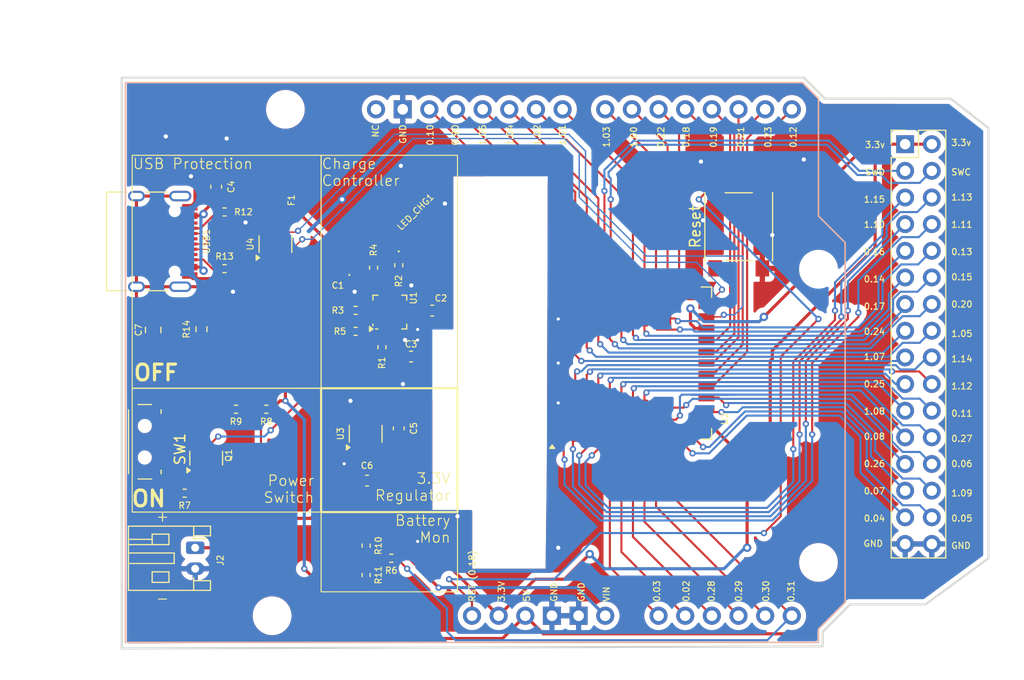
<source format=kicad_pcb>
(kicad_pcb (version 20240108) (generator "pcbnew") (generator_version "8.0")
  (layers (0 "F.Cu" signal) (31 "B.Cu" signal) (34 "B.Paste" user) (35 "F.Paste" user) (36 "B.SilkS" user "B.Silkscreen") (37 "F.SilkS" user "F.Silkscreen") (38 "B.Mask" user) (39 "F.Mask" user) (44 "Edge.Cuts" user))
  (net 0 "")
  (net 1 "/P1.00")
  (net 2 "/P0.30")
  (net 3 "/P0.29")
  (net 4 "/P1.03")
  (net 5 "/P0.02")
  (net 6 "/P1.11")
  (net 7 "/P1.06")
  (net 8 "/P0.31")
  (net 9 "/P0.05")
  (net 10 "/P1.04")
  (net 11 "/P1.10")
  (net 12 "/P0.28")
  (net 13 "/P1.01")
  (net 14 "/P0.04")
  (net 15 "/P1.02")
  (net 16 "/P0.09")
  (net 17 "+VSW")
  (net 18 "/P1.13")
  (net 19 "/P0.03")
  (net 20 "/P1.15")
  (net 21 "/P0.10")
  (net 22 "/P0.22")
  (net 23 "GND")
  (net 24 "+5V")
  (net 25 "+3.3V")
  (net 26 "/P1.07")
  (net 27 "/P0.14")
  (net 28 "/P0.25")
  (net 29 "/P0.24")
  (net 30 "/P0.18")
  (net 31 "/P0.16")
  (net 32 "/P0.17")
  (net 33 "/P0.06")
  (net 34 "/P1.12")
  (net 35 "/D+")
  (net 36 "/P1.08")
  (net 37 "/P0.21")
  (net 38 "/P0.26")
  (net 39 "/P0.20")
  (net 40 "/P0.12")
  (net 41 "/P0.13")
  (net 42 "/P0.07")
  (net 43 "/P1.09")
  (net 44 "/P0.15")
  (net 45 "/P1.05")
  (net 46 "/D-")
  (net 47 "/P0.19")
  (net 48 "/P0.27")
  (net 49 "/P0.11")
  (net 50 "/P1.14")
  (net 51 "/P0.08")
  (net 52 "/P0.23")
  (net 53 "VBUS")
  (net 54 "Net-(USB1-SHIELD)")
  (net 55 "/SWC")
  (net 56 "/SWD")
  (net 57 "+BATT")
  (net 58 "SYSOFF")
  (net 59 "Net-(USB1-CC1)")
  (net 60 "Net-(USB1-CC2)")
  (net 63 "Net-(Q1-G)")
  (net 64 "Net-(U1-ILIM)")
  (net 65 "Net-(U1-ISET)")
  (net 67 "Net-(U1-TS)")
  (net 68 "Net-(U1-~{CHG})")
  (net 69 "Net-(U1-TMR)")
  (net 72 "VSENSE")
  (net 73 "Net-(SW1-A)")
  (net 74 "Net-(LED_CHG1-K)")
  (footprint "Resistor_SMD:R_0402_1005Metric" (layer "F.Cu") (at 148.69 82.6 180)
    (property "Reference" "R6")
    (property "Value" "0")
  )
  (footprint "Capacitor_SMD:C_0603_1608Metric" (layer "F.Cu") (at 132 47.2 -90)
    (property "Reference" "C4")
    (property "Value" "10u")
  )
  (footprint "Capacitor_SMD:C_0603_1608Metric" (layer "F.Cu") (at 146.375 75.2)
    (property "Reference" "C6")
    (property "Value" "1u")
  )
  (footprint "Package_DFN_QFN:VQFN-16-1EP_3x3mm_P0.5mm_EP1.6x1.6mm" (layer "F.Cu") (at 148.55 59.1425 90)
    (property "Reference" "U1")
    (property "Value" "BQ24075RGT")
  )
  (footprint "Resistor_SMD:R_0402_1005Metric" (layer "F.Cu") (at 145.29 60.98 180)
    (property "Reference" "R5")
    (property "Value" "3k9")
  )
  (footprint "Package_TO_SOT_SMD:SOT-23" (layer "F.Cu") (at 131.05 73.0625 90)
    (property "Reference" "Q1")
    (property "Value" "2N7002")
  )
  (footprint "Resistor_SMD:R_0402_1005Metric" (layer "F.Cu") (at 136.78 68.4 180)
    (property "Reference" "R8")
    (property "Value" "100")
  )
  (footprint "PCM_arduino-library:Arduino_Uno_R2_Shield" (layer "F.Cu") (at 123.36 90.62)
    (property "Reference" "A1" (hide yes))
    (property "Value" "Arduino_Uno_R1_Shield" (hide yes))
  )
  (footprint "Fuse:Fuse_0402_1005Metric" (layer "F.Cu") (at 138 48.485 -90)
    (property "Reference" "F1")
    (property "Value" "500mA")
  )
  (footprint "PCM_marbastlib-various:nRF52840_holyiot_18010" (layer "F.Cu") (at 169.719 64 90)
    (property "Reference" "U2")
    (property "Value" "nRF52840_holyiot_18010")
  )
  (footprint "Capacitor_SMD:C_0603_1608Metric" (layer "F.Cu") (at 149.4 70.225 -90)
    (property "Reference" "C5")
    (property "Value" "10u")
  )
  (footprint "Resistor_SMD:R_0402_1005Metric" (layer "F.Cu") (at 146.29 81.4 -90)
    (property "Reference" "R10")
    (property "Value" "806k")
  )
  (footprint "Package_TO_SOT_SMD:SOT-23-3" (layer "F.Cu") (at 146.25 70.7375 90)
    (property "Reference" "U3")
    (property "Value" "XC6206PxxxMR")
  )
  (footprint "Connector_PinHeader_2.54mm:PinHeader_2x16_P2.54mm_Vertical" (layer "F.Cu") (at 197.66 43.14)
    (property "Reference" "J1" (hide yes))
    (property "Value" "Conn_02x16_Odd_Even")
  )
  (footprint "Resistor_SMD:R_0402_1005Metric" (layer "F.Cu") (at 147.8 62.49 -90)
    (property "Reference" "R1")
    (property "Value" "10k")
  )
  (footprint "Resistor_SMD:R_0402_1005Metric" (layer "F.Cu") (at 145.29 58.98 180)
    (property "Reference" "R3")
    (property "Value" "47k")
  )
  (footprint "PCM_marbastlib-various:SW_MSK12C02-HB" (layer "F.Cu") (at 125.2 71.5 90)
    (property "Reference" "SW1")
    (property "Value" "SW_SPDT")
  )
  (footprint "LED_SMD:LED_0402_1005Metric" (layer "F.Cu") (at 149.4 52.265 90)
    (property "Reference" "LED_CHG1")
    (property "Value" "Orange")
  )
  (footprint "Resistor_SMD:R_0402_1005Metric" (layer "F.Cu") (at 133.89 68.4 180)
    (property "Reference" "R9")
    (property "Value" "10k")
  )
  (footprint "Package_TO_SOT_SMD:SOT-23-6" (layer "F.Cu") (at 137.65 52.6625 90)
    (property "Reference" "U4")
    (property "Value" "SRV05-4")
  )
  (footprint "Resistor_SMD:R_0402_1005Metric" (layer "F.Cu") (at 147 54.91 90)
    (property "Reference" "R4")
    (property "Value" "1k5")
  )
  (footprint "Capacitor_SMD:C_0805_2012Metric" (layer "F.Cu") (at 126 60.85 90)
    (property "Reference" "C7")
    (property "Value" "4.7n")
  )
  (footprint "Button_Switch_SMD:SW_Push_1P1T_NO_6x6mm_H9.5mm" (layer "F.Cu") (at 181.8 51 -90)
    (property "Reference" "SW_Reset1" (hide yes))
    (property "Value" "Reset")
  )
  (footprint "Connector_USB:USB_C_Receptacle_HRO_TYPE-C-31-M-12" (layer "F.Cu") (at 125.45 52.405 -90)
    (property "Reference" "USB1")
    (property "Value" "USB_C_Receptacle_USB2.0_16P")
  )
  (footprint "Resistor_SMD:R_0402_1005Metric" (layer "F.Cu") (at 132.8 49.6)
    (property "Reference" "R12")
    (property "Value" "5K1")
  )
  (footprint "Resistor_SMD:R_0402_1005Metric" (layer "F.Cu") (at 149.4 54.67 -90)
    (property "Reference" "R2")
    (property "Value" "1k5")
  )
  (footprint "Resistor_SMD:R_0402_1005Metric" (layer "F.Cu") (at 146.29 84.2 -90)
    (property "Reference" "R11")
    (property "Value" "2M")
  )
  (footprint "Connector_JST:JST_PH_S2B-PH-K_1x02_P2.00mm_Horizontal" (layer "F.Cu") (at 130 81.6 -90)
    (property "Reference" "J2")
    (property "Value" "JSTBATT")
  )
  (footprint "Capacitor_SMD:C_0603_1608Metric" (layer "F.Cu") (at 152.6 59)
    (property "Reference" "C2")
    (property "Value" "4u7")
  )
  (footprint "Resistor_SMD:R_0402_1005Metric" (layer "F.Cu") (at 132.8 55)
    (property "Reference" "R13")
    (property "Value" "5K1")
  )
  (footprint "LED_SMD:LED_0402_1005Metric" (layer "F.Cu") (at 143.6 55.6 180)
    (property "Reference" "C1")
    (property "Value" "4u7")
  )
  (footprint "Resistor_SMD:R_0402_1005Metric" (layer "F.Cu") (at 129 76.4 180)
    (property "Reference" "R7")
    (property "Value" "10k")
  )
  (footprint "Resistor_SMD:R_0603_1608Metric" (layer "F.Cu") (at 130.6 60.775 90)
    (property "Reference" "R14")
    (property "Value" "1M")
  )
  (footprint "Capacitor_SMD:C_0603_1608Metric" (layer "F.Cu") (at 150.575 63.38)
    (property "Reference" "C3")
    (property "Value" "4u7")
  )
  (gr_rect (start 142 66.4) (end 155 78.2) (stroke (width 0.2)) (fill none) (layer "F.SilkS"))
  (gr_rect (start 124 66.4) (end 142 78.2) (stroke (width 0.1)) (fill none) (layer "F.SilkS"))
  (gr_rect (start 142 44.2) (end 155 66.4) (stroke (width 0.1)) (fill none) (layer "F.SilkS"))
  (gr_rect (start 142 78.2) (end 155 85.8) (stroke (width 0.1)) (fill none) (layer "F.SilkS"))
  (gr_rect (start 124 44.2) (end 142 66.4) (stroke (width 0.1)) (fill none) (layer "F.SilkS"))
  (gr_poly (pts (xy 189.8 91) (xy 189.8 89.6) (xy 192.4 87) (xy 199.6 87) (xy 205.6 82.6) (xy 205.6 41.6) (xy 202 38.8) (xy 190 38.8) (xy 188 36.8) (xy 123 36.8) (xy 123 91.2)) (stroke (width 0.2)) (fill none) (layer "Edge.Cuts"))
  (gr_text "NC" (at 147.2 41.2 90) (layer "F.SilkS") (effects (font (size 0.6 0.6) (thickness 0.1) (bold yes)) (justify right)))
  (gr_text "0.30" (at 184.4 86.8 90) (layer "F.SilkS") (effects (font (size 0.6 0.6) (thickness 0.1) (bold yes)) (justify left)))
  (gr_text "0.16" (at 195.8 53.4 0) (layer "F.SilkS") (effects (font (size 0.6 0.6) (thickness 0.1) (bold yes)) (justify right)))
  (gr_text "GND" (at 149.8 41.2 90) (layer "F.SilkS") (effects (font (size 0.6 0.6) (thickness 0.1) (bold yes)) (justify right)))
  (gr_text "1.06" (at 157.4 41.2 90) (layer "F.SilkS") (effects (font (size 0.6 0.6) (thickness 0.1) (bold yes)) (justify right)))
  (gr_text "0.31" (at 186.8 86.8 90) (layer "F.SilkS") (effects (font (size 0.6 0.6) (thickness 0.1) (bold yes)) (justify left)))
  (gr_text "0.14" (at 195.8 56 0) (layer "F.SilkS") (effects (font (size 0.6 0.6) (thickness 0.1) (bold yes)) (justify right)))
  (gr_text "SWC" (at 202 45.8 0) (layer "F.SilkS") (effects (font (size 0.6 0.6) (thickness 0.1) (bold yes)) (justify left)))
  (gr_text "0.10" (at 152.4 41.2 90) (layer "F.SilkS") (effects (font (size 0.6 0.6) (thickness 0.1) (bold yes)) (justify right)))
  (gr_text "1.05" (at 202 61.2 0) (layer "F.SilkS") (effects (font (size 0.6 0.6) (thickness 0.1) (bold yes)) (justify left)))
  (gr_text "1.08" (at 195.8 68.6 0) (layer "F.SilkS") (effects (font (size 0.6 0.6) (thickness 0.1) (bold yes)) (justify right)))
  (gr_text "0.26" (at 195.8 73.6 0) (layer "F.SilkS") (effects (font (size 0.6 0.6) (thickness 0.1) (bold yes)) (justify right)))
  (gr_text "1.04" (at 160 41.2 90) (layer "F.SilkS") (effects (font (size 0.6 0.6) (thickness 0.1) (bold yes)) (justify right)))
  (gr_text "Power\nSwitch" (at 141.4 77.4 0) (layer "F.SilkS") (effects (font (size 1 1) (thickness 0.1)) (justify right bottom)))
  (gr_text "1.09" (at 202 76.4 0) (layer "F.SilkS") (effects (font (size 0.6 0.6) (thickness 0.1) (bold yes)) (justify left)))
  (gr_text "0.02" (at 176.8 86.8 90) (layer "F.SilkS") (effects (font (size 0.6 0.6) (thickness 0.1) (bold yes)) (justify left)))
  (gr_text "-" (at 126.2 87 0) (layer "F.SilkS") (effects (font (size 1 1) (thickness 0.1)) (justify left bottom)))
  (gr_text "1.13" (at 202 48.2 0) (layer "F.SilkS") (effects (font (size 0.6 0.6) (thickness 0.1) (bold yes)) (justify left)))
  (gr_text "GND" (at 164.2 86.8 90) (layer "F.SilkS") (effects (font (size 0.6 0.6) (thickness 0.1) (bold yes)) (justify left)))
  (gr_text "3.3v" (at 195.8 43.2 0) (layer "F.SilkS") (effects (font (size 0.6 0.6) (thickness 0.1) (bold yes)) (justify right)))
  (gr_text "SWD" (at 195.8 45.8 0) (layer "F.SilkS") (effects (font (size 0.6 0.6) (thickness 0.1) (bold yes)) (justify right)))
  (gr_text "1.07" (at 195.8 63.4 0) (layer "F.SilkS") (effects (font (size 0.6 0.6) (thickness 0.1) (bold yes)) (justify right)))
  (gr_text "0.22" (at 174.4 41.4 90) (layer "F.SilkS") (effects (font (size 0.6 0.6) (thickness 0.1) (bold yes)) (justify right)))
  (gr_text "3.3V\nRegulator" (at 154.4 77.2 0) (layer "F.SilkS") (effects (font (size 1 1) (thickness 0.1)) (justify right bottom)))
  (gr_text "0.05" (at 202 78.8 0) (layer "F.SilkS") (effects (font (size 0.6 0.6) (thickness 0.1) (bold yes)) (justify left)))
  (gr_text "Charge\nController" (at 142 47.2 0) (layer "F.SilkS") (effects (font (size 1 1) (thickness 0.1)) (justify left bottom)))
  (gr_text "3.3v" (at 202 43 0) (layer "F.SilkS") (effects (font (size 0.6 0.6) (thickness 0.1) (bold yes)) (justify left)))
  (gr_text "0.24" (at 195.8 61 0) (layer "F.SilkS") (effects (font (size 0.6 0.6) (thickness 0.1) (bold yes)) (justify right)))
  (gr_text "0.23" (at 184.6 41.4 90) (layer "F.SilkS") (effects (font (size 0.6 0.6) (thickness 0.1) (bold yes)) (justify right)))
  (gr_text "0.11" (at 202 68.8 0) (layer "F.SilkS") (effects (font (size 0.6 0.6) (thickness 0.1) (bold yes)) (justify left)))
  (gr_text "0.03" (at 174 86.8 90) (layer "F.SilkS") (effects (font (size 0.6 0.6) (thickness 0.1) (bold yes)) (justify left)))
  (gr_text "0.13" (at 202 53.4 0) (layer "F.SilkS") (effects (font (size 0.6 0.6) (thickness 0.1) (bold yes)) (justify left)))
  (gr_text "1.00" (at 171.8 41.4 90) (layer "F.SilkS") (effects (font (size 0.6 0.6) (thickness 0.1) (bold yes)) (justify right)))
  (gr_text "0.18" (at 176.8 41.4 90) (layer "F.SilkS") (effects (font (size 0.6 0.6) (thickness 0.1) (bold yes)) (justify right)))
  (gr_text "1.10" (at 195.8 50.8 0) (layer "F.SilkS") (effects (font (size 0.6 0.6) (thickness 0.1) (bold yes)) (justify right)))
  (gr_text "0.90" (at 154.8 41.2 90) (layer "F.SilkS") (effects (font (size 0.6 0.6) (thickness 0.1) (bold yes)) (justify right)))
  (gr_text "ON" (at 123.8 77.8 0) (layer "F.SilkS") (effects (font (size 1.5 1.5) (thickness 0.3) (bold yes)) (justify left bottom)))
  (gr_text "RST (0.18)" (at 156.4 86.8 90) (layer "F.SilkS") (effects (font (size 0.6 0.6) (thickness 0.1) (bold yes)) (justify left)))
  (gr_text "VIN" (at 169.2 86.8 90) (layer "F.SilkS") (effects (font (size 0.6 0.6) (thickness 0.1) (bold yes)) (justify left)))
  (gr_text "0.19" (at 179.4 41.4 90) (layer "F.SilkS") (effects (font (size 0.6 0.6) (thickness 0.1) (bold yes)) (justify right)))
  (gr_text "0.07" (at 195.8 76.2 0) (layer "F.SilkS") (effects (font (size 0.6 0.6) (thickness 0.1) (bold yes)) (justify right)))
  (gr_text "GND" (at 166.8 86.8 90) (layer "F.SilkS") (effects (font (size 0.6 0.6) (thickness 0.1) (bold yes)) (justify left)))
  (gr_text "USB Protection" (at 124 45.6 0) (layer "F.SilkS") (effects (font (size 1 1) (thickness 0.1)) (justify left bottom)))
  (gr_text "5V" (at 161.6 86.8 90) (layer "F.SilkS") (effects (font (size 0.6 0.6) (thickness 0.1) (bold yes)) (justify left)))
  (gr_text "0.28" (at 179.2 86.8 90) (layer "F.SilkS") (effects (font (size 0.6 0.6) (thickness 0.1) (bold yes)) (justify left)))
  (gr_text "+" (at 126.2 79.2 0) (layer "F.SilkS") (effects (font (size 1 1) (thickness 0.1)) (justify left bottom)))
  (gr_text "0.21" (at 182 41.4 90) (layer "F.SilkS") (effects (font (size 0.6 0.6) (thickness 0.1) (bold yes)) (justify right)))
  (gr_text "1.01" (at 165 41.2 90) (layer "F.SilkS") (effects (font (size 0.6 0.6) (thickness 0.1) (bold yes)) (justify right)))
  (gr_text "OFF" (at 124 65.8 0) (layer "F.SilkS") (effects (font (size 1.5 1.5) (thickness 0.3) (bold yes)) (justify left bottom)))
  (gr_text "0.04" (at 195.8 78.8 0) (layer "F.SilkS") (effects (font (size 0.6 0.6) (thickness 0.1) (bold yes)) (justify right)))
  (gr_text "0.27" (at 202 71.2 0) (layer "F.SilkS") (effects (font (size 0.6 0.6) (thickness 0.1) (bold yes)) (justify left)))
  (gr_text "1.12" (at 202 66.2 0) (layer "F.SilkS") (effects (font (size 0.6 0.6) (thickness 0.1) (bold yes)) (justify left)))
  (gr_text "0.12" (at 187 41.4 90) (layer "F.SilkS") (effects (font (size 0.6 0.6) (thickness 0.1) (bold yes)) (justify right)))
  (gr_text "3.3V" (at 159.2 86.8 90) (layer "F.SilkS") (effects (font (size 0.6 0.6) (thickness 0.1) (bold yes)) (justify left)))
  (gr_text "0.29" (at 181.8 86.8 90) (layer "F.SilkS") (effects (font (size 0.6 0.6) (thickness 0.1) (bold yes)) (justify left)))
  (gr_text "Battery\nMon" (at 154.4 81.2 0) (layer "F.SilkS") (effects (font (size 1 1) (thickness 0.1)) (justify right bottom)))
  (gr_text "0.20" (at 202 58.4 0) (layer "F.SilkS") (effects (font (size 0.6 0.6) (thickness 0.1) (bold yes)) (justify left)))
  (gr_text "0.15" (at 202 55.8 0) (layer "F.SilkS") (effects (font (size 0.6 0.6) (thickness 0.1) (bold yes)) (justify left)))
  (gr_text "0.06" (at 202 73.6 0) (layer "F.SilkS") (effects (font (size 0.6 0.6) (thickness 0.1) (bold yes)) (justify left)))
  (gr_text "GND" (at 195.6 81.2 0) (layer "F.SilkS") (effects (font (size 0.6 0.6) (thickness 0.1) (bold yes)) (justify right)))
  (gr_text "1.14" (at 202 63.6 0) (layer "F.SilkS") (effects (font (size 0.6 0.6) (thickness 0.1) (bold yes)) (justify left)))
  (gr_text "GND" (at 202 81.4 0) (layer "F.SilkS") (effects (font (size 0.6 0.6) (thickness 0.1) (bold yes)) (justify left)))
  (gr_text "1.03" (at 169.2 41.4 90) (layer "F.SilkS") (effects (font (size 0.6 0.6) (thickness 0.1) (bold yes)) (justify right)))
  (gr_text "1.11" (at 202 50.8 0) (layer "F.SilkS") (effects (font (size 0.6 0.6) (thickness 0.1) (bold yes)) (justify left)))
  (gr_text "0.25" (at 195.8 66 0) (layer "F.SilkS") (effects (font (size 0.6 0.6) (thickness 0.1) (bold yes)) (justify right)))
  (gr_text "0.08" (at 195.8 71 0) (layer "F.SilkS") (effects (font (size 0.6 0.6) (thickness 0.1) (bold yes)) (justify right)))
  (gr_text "0.17" (at 195.8 58.6 0) (layer "F.SilkS") (effects (font (size 0.6 0.6) (thickness 0.1) (bold yes)) (justify right)))
  (gr_text "1.15" (at 195.8 48.4 0) (layer "F.SilkS") (effects (font (size 0.6 0.6) (thickness 0.1) (bold yes)) (justify right)))
  (gr_text "1.02" (at 162.6 41.2 90) (layer "F.SilkS") (effects (font (size 0.6 0.6) (thickness 0.1) (bold yes)) (justify right)))
  (segment (start 175.019 57.25) (end 175.019 43.219) (width 0.2) (layer "F.Cu") (net 1))
  (segment (start 175.019 43.219) (end 171.62 39.82) (width 0.2) (layer "F.Cu") (net 1))
  (segment (start 173.919 77.679) (end 184.32 88.08) (width 0.2) (layer "F.Cu") (net 2))
  (segment (start 173.919 70.75) (end 173.919 77.679) (width 0.2) (layer "F.Cu") (net 2))
  (segment (start 172.819 70.75) (end 172.819 79.119) (width 0.2) (layer "F.Cu") (net 3))
  (segment (start 172.819 79.119) (end 181.78 88.08) (width 0.2) (layer "F.Cu") (net 3))
  (segment (start 173.919 57.25) (end 173.919 44.659) (width 0.2) (layer "F.Cu") (net 4))
  (segment (start 173.919 44.659) (end 169.08 39.82) (width 0.2) (layer "F.Cu") (net 4))
  (segment (start 170.619 81.999) (end 176.7 88.08) (width 0.2) (layer "F.Cu") (net 5))
  (segment (start 170.619 70.75) (end 170.619 81.999) (width 0.2) (layer "F.Cu") (net 5))
  (segment (start 165.119 73.119) (end 165.2 73.2) (width 0.2) (layer "F.Cu") (net 6))
  (segment (start 188.8 64) (end 193.2 59.6) (width 0.2) (layer "F.Cu") (net 6))
  (segment (start 165.119 70.75) (end 165.119 73.119) (width 0.2) (layer "F.Cu") (net 6))
  (segment (start 193.2 59.6) (end 193.2 59.2) (width 0.2) (layer "F.Cu") (net 6))
  (segment (start 188.8 70.8) (end 188.8 64) (width 0.2) (layer "F.Cu") (net 6))
  (via (at 193.2 59.2) (size 0.6) (drill 0.3) (layers "F.Cu" "B.Cu") (net 6))
  (via (at 165.2 73.2) (size 0.6) (drill 0.3) (layers "F.Cu" "B.Cu") (net 6))
  (via (at 188.8 70.8) (size 0.6) (drill 0.3) (layers "F.Cu" "B.Cu") (net 6))
  (segment (start 168.2 78.6) (end 168.234314 78.6) (width 0.2) (layer "B.Cu") (net 6))
  (segment (start 197.333654 52) (end 198.96 52) (width 0.2) (layer "B.Cu") (net 6))
  (segment (start 198.96 52) (end 200.2 50.76) (width 0.2) (layer "B.Cu") (net 6))
  (segment (start 168.634314 79) (end 184.999999 79) (width 0.2) (layer "B.Cu") (net 6))
  (segment (start 184.999999 79) (end 185.234314 78.765685) (width 0.2) (layer "B.Cu") (net 6))
  (segment (start 193.2 59.2) (end 193.2 56.133654) (width 0.2) (layer "B.Cu") (net 6))
  (segment (start 193.2 56.133654) (end 197.333654 52) (width 0.2) (layer "B.Cu") (net 6))
  (segment (start 165.2 75.6) (end 168.2 78.6) (width 0.2) (layer "B.Cu") (net 6))
  (segment (start 165.2 75.6) (end 165.2 73.2) (width 0.2) (layer "B.Cu") (net 6))
  (segment (start 168.234314 78.6) (end 168.634314 79) (width 0.2) (layer "B.Cu") (net 6))
  (segment (start 188.8 75.2) (end 188.8 70.8) (width 0.2) (layer "B.Cu") (net 6))
  (segment (start 185.234314 78.765685) (end 185.234315 78.765685) (width 0.2) (layer "B.Cu") (net 6))
  (segment (start 185.234315 78.765685) (end 188.8 75.2) (width 0.2) (layer "B.Cu") (net 6))
  (segment (start 167.319 48.246206) (end 167.319 57.25) (width 0.2) (layer "F.Cu") (net 7))
  (segment (start 163.972794 44.9) (end 167.319 48.246206) (width 0.2) (layer "F.Cu") (net 7))
  (segment (start 157.396 39.82) (end 162.476 44.9) (width 0.2) (layer "F.Cu") (net 7))
  (segment (start 162.476 44.9) (end 163.972794 44.9) (width 0.2) (layer "F.Cu") (net 7))
  (segment (start 175.019 76.239) (end 186.86 88.08) (width 0.2) (layer "F.Cu") (net 8))
  (segment (start 149.2 82.6) (end 150.2 83.6) (width 0.2) (layer "F.Cu") (net 8))
  (segment (start 175.019 70.75) (end 175.019 76.239) (width 0.2) (layer "F.Cu") (net 8))
  (via (at 150.2 83.6) (size 0.6) (drill 0.3) (layers "F.Cu" "B.Cu") (net 8))
  (segment (start 150.2 83.6) (end 154 87.4) (width 0.2) (layer "B.Cu") (net 8))
  (segment (start 154 89.6) (end 154.81138 90.41138) (width 0.2) (layer "B.Cu") (net 8))
  (segment (start 184.52862 90.41138) (end 186.86 88.08) (width 0.2) (layer "B.Cu") (net 8))
  (segment (start 154.81138 90.41138) (end 184.52862 90.41138) (width 0.2) (layer "B.Cu") (net 8))
  (segment (start 154 87.4) (end 154 89.6) (width 0.2) (layer "B.Cu") (net 8))
  (segment (start 177.219 70.819) (end 178.4 72) (width 0.2) (layer "F.Cu") (net 9))
  (segment (start 177.219 70.75) (end 177.219 70.819) (width 0.2) (layer "F.Cu") (net 9))
  (via (at 178.4 72) (size 0.6) (drill 0.3) (layers "F.Cu" "B.Cu") (net 9))
  (segment (start 179.01 72) (end 182.4 68.61) (width 0.2) (layer "B.Cu") (net 9))
  (segment (start 194 71) (end 194 74.126346) (width 0.2) (layer "B.Cu") (net 9))
  (segment (start 191.61 68.61) (end 194 71) (width 0.2) (layer "B.Cu") (net 9))
  (segment (start 178.4 72) (end 179.01 72) (width 0.2) (layer "B.Cu") (net 9))
  (segment (start 194 74.126346) (end 197.423654 77.55) (width 0.2) (layer "B.Cu") (net 9))
  (segment (start 197.423654 77.55) (end 199.05 77.55) (width 0.2) (layer "B.Cu") (net 9))
  (segment (start 182.4 68.61) (end 191.61 68.61) (width 0.2) (layer "B.Cu") (net 9))
  (segment (start 199.05 77.55) (end 200.2 78.7) (width 0.2) (layer "B.Cu") (net 9))
  (segment (start 168.419 48.303) (end 168.419 57.25) (width 0.2) (layer "F.Cu") (net 10))
  (segment (start 159.936 39.82) (end 168.419 48.303) (width 0.2) (layer "F.Cu") (net 10))
  (segment (start 188.6 63.4) (end 188.6 63.434314) (width 0.2) (layer "F.Cu") (net 11))
  (segment (start 188.6 63.434314) (end 188.2 63.834314) (width 0.2) (layer "F.Cu") (net 11))
  (segment (start 166 70.969) (end 166.219 70.75) (width 0.2) (layer "F.Cu") (net 11))
  (segment (start 192.2 59.8) (end 188.6 63.4) (width 0.2) (layer "F.Cu") (net 11))
  (segment (start 192.2 59) (end 192.2 59.8) (width 0.2) (layer "F.Cu") (net 11))
  (segment (start 166 72.2) (end 166 70.969) (width 0.2) (layer "F.Cu") (net 11))
  (segment (start 188.2 63.834314) (end 188.2 69.8) (width 0.2) (layer "F.Cu") (net 11))
  (via (at 192.2 59) (size 0.6) (drill 0.3) (layers "F.Cu" "B.Cu") (net 11))
  (via (at 188.2 69.8) (size 0.6) (drill 0.3) (layers "F.Cu" "B.Cu") (net 11))
  (via (at 166 72.2) (size 0.6) (drill 0.3) (layers "F.Cu" "B.Cu") (net 11))
  (segment (start 168.8 78.6) (end 184.834314 78.6) (width 0.2) (layer "B.Cu") (net 11))
  (segment (start 192.2 56.22) (end 192.2 59) (width 0.2) (layer "B.Cu") (net 11))
  (segment (start 168.8 78.6) (end 166 75.8) (width 0.2) (layer "B.Cu") (net 11))
  (segment (start 166 75.8) (end 166 72.2) (width 0.2) (layer "B.Cu") (net 11))
  (segment (start 184.834314 78.6) (end 188.2 75.234314) (width 0.2) (layer "B.Cu") (net 11))
  (segment (start 197.66 50.76) (end 192.2 56.22) (width 0.2) (layer "B.Cu") (net 11))
  (segment (start 188.2 69.8) (end 188.2 75.234314) (width 0.2) (layer "B.Cu") (net 11))
  (segment (start 171.719 80.559) (end 179.24 88.08) (width 0.2) (layer "F.Cu") (net 12))
  (segment (start 171.719 70.75) (end 171.719 80.559) (width 0.2) (layer "F.Cu") (net 12))
  (segment (start 172.819 57.25) (end 172.819 47.623) (width 0.2) (layer "F.Cu") (net 13))
  (segment (start 172.819 47.623) (end 165.016 39.82) (width 0.2) (layer "F.Cu") (net 13))
  (segment (start 176.119 70.75) (end 176.119 71.319) (width 0.2) (layer "F.Cu") (net 14))
  (segment (start 176.119 71.319) (end 177.4 72.6) (width 0.2) (layer "F.Cu") (net 14))
  (via (at 177.4 72.6) (size 0.6) (drill 0.3) (layers "F.Cu" "B.Cu") (net 14))
  (segment (start 178.975686 72.6) (end 182.565686 69.01) (width 0.2) (layer "B.Cu") (net 14))
  (segment (start 193.4 71) (end 193.4 74.44) (width 0.2) (layer "B.Cu") (net 14))
  (segment (start 191.41 69.01) (end 193.4 71) (width 0.2) (layer "B.Cu") (net 14))
  (segment (start 177.4 72.6) (end 178.975686 72.6) (width 0.2) (layer "B.Cu") (net 14))
  (segment (start 182.565686 69.01) (end 191.41 69.01) (width 0.2) (layer "B.Cu") (net 14))
  (segment (start 193.4 74.44) (end 197.66 78.7) (width 0.2) (layer "B.Cu") (net 14))
  (segment (start 171.719 57.25) (end 171.719 49.063) (width 0.2) (layer "F.Cu") (net 15))
  (segment (start 171.719 49.063) (end 162.476 39.82) (width 0.2) (layer "F.Cu") (net 15))
  (segment (start 166.219 47.711892) (end 166.219 57.25) (width 0.2) (layer "F.Cu") (net 16))
  (segment (start 154.856 39.82) (end 160.336 45.3) (width 0.2) (layer "F.Cu") (net 16))
  (segment (start 160.336 45.3) (end 163.807108 45.3) (width 0.2) (layer "F.Cu") (net 16))
  (segment (start 163.807108 45.3) (end 166.219 47.711892) (width 0.2) (layer "F.Cu") (net 16))
  (segment (start 149.25 69.6) (end 149.4 69.45) (width 0.3) (layer "F.Cu") (net 17))
  (segment (start 142.6 70.6) (end 143.6 69.6) (width 0.3) (layer "F.Cu") (net 17))
  (segment (start 148.69 80.89) (end 153.2 85.4) (width 0.3) (layer "F.Cu") (net 17))
  (segment (start 152.15 59.325) (end 151.825 59) (width 0.3) (layer "F.Cu") (net 17))
  (segment (start 149.4 51.78) (end 149.719999 51.78) (width 0.3) (layer "F.Cu") (net 17))
  (segment (start 143.6 69.6) (end 146.25 69.6) (width 0.3) (layer "F.Cu") (net 17))
  (segment (start 149.9875 59.3925) (end 151.4325 59.3925) (width 0.3) (layer "F.Cu") (net 17))
  (segment (start 149.4 69.45) (end 152.15 66.7) (width 0.3) (layer "F.Cu") (net 17))
  (segment (start 146.29 80.89) (end 142.6 77.2) (width 0.3) (layer "F.Cu") (net 17))
  (segment (start 148.6 57.405) (end 148.6 52.52234) (width 0.3) (layer "F.Cu") (net 17))
  (segment (start 148.3 57.705) (end 148.6 57.405) (width 0.3) (layer "F.Cu") (net 17))
  (segment (start 149.34234 51.78) (end 149.4 51.78) (width 0.3) (layer "F.Cu") (net 17))
  (segment (start 148.6 57.505) (end 148.6 57.405) (width 0.2) (layer "F.Cu") (net 17))
  (segment (start 151.825 53.885001) (end 151.825 59) (width 0.3) (layer "F.Cu") (net 17))
  (segment (start 152.15 66.7) (end 152.15 59.325) (width 0.3) (layer "F.Cu") (net 17))
  (segment (start 146.29 80.89) (end 148.69 80.89) (width 0.3) (layer "F.Cu") (net 17))
  (segment (start 148.8 57.705) (end 148.6 57.505) (width 0.2) (layer "F.Cu") (net 17))
  (segment (start 149.719999 51.78) (end 151.825 53.885001) (width 0.3) (layer "F.Cu") (net 17))
  (segment (start 148.6 52.52234) (end 149.34234 51.78) (width 0.3) (layer "F.Cu") (net 17))
  (segment (start 146.25 69.6) (end 149.25 69.6) (width 0.3) (layer "F.Cu") (net 17))
  (segment (start 142.6 77.2) (end 142.6 70.6) (width 0.3) (layer "F.Cu") (net 17))
  (segment (start 151.4325 59.3925) (end 151.825 59) (width 0.3) (layer "F.Cu") (net 17))
  (via (at 153.2 85.4) (size 0.6) (drill 0.3) (layers "F.Cu" "B.Cu") (net 17))
  (segment (start 166.4 85.4) (end 169.08 88.08) (width 0.3) (layer "B.Cu") (net 17))
  (segment (start 153.2 85.4) (end 166.4 85.4) (width 0.3) (layer "B.Cu") (net 17))
  (segment (start 191.575735 59.858579) (end 191.575735 59.575735) (width 0.2) (layer "F.Cu") (net 18))
  (segment (start 187.6 70.8) (end 187.6 63.834314) (width 0.2) (layer "F.Cu") (net 18))
  (segment (start 166.6 72.8) (end 167.319 72.081) (width 0.2) (layer "F.Cu") (net 18))
  (segment (start 187.6 63.834314) (end 191.575735 59.858579) (width 0.2) (layer "F.Cu") (net 18))
  (segment (start 167.319 72.081) (end 167.319 70.75) (width 0.2) (layer "F.Cu") (net 18))
  (via (at 191.575735 59.575735) (size 0.6) (drill 0.3) (layers "F.Cu" "B.Cu") (net 18))
  (via (at 187.6 70.8) (size 0.6) (drill 0.3) (layers "F.Cu" "B.Cu") (net 18))
  (via (at 166.6 72.8) (size 0.6) (drill 0.3) (layers "F.Cu" "B.Cu") (net 18))
  (segment (start 169.2 78.2) (end 166.6 75.6) (width 0.2) (layer "B.Cu") (net 18))
  (segment (start 191.575735 56.27858) (end 195.896827 51.957488) (width 0.2) (layer "B.Cu") (net 18))
  (segment (start 184.668628 78.2) (end 187.6 75.268628) (width 0.2) (layer "B.Cu") (net 18))
  (segment (start 184.668628 78.2) (end 169.2 78.2) (width 0.2) (layer "B.Cu") (net 18))
  (segment (start 198.81 49.61) (end 200.2 48.22) (width 0.2) (layer "B.Cu") (net 18))
  (segment (start 195.896827 51.957488) (end 195.896827 50.896827) (width 0.2) (layer "B.Cu") (net 18))
  (segment (start 166.6 75.6) (end 166.6 72.8) (width 0.2) (layer "B.Cu") (net 18))
  (segment (start 191.575735 59.575735) (end 191.575735 56.27858) (width 0.2) (layer "B.Cu") (net 18))
  (segment (start 197.183654 49.61) (end 198.81 49.61) (width 0.2) (layer "B.Cu") (net 18))
  (segment (start 195.896827 50.896827) (end 197.183654 49.61) (width 0.2) (layer "B.Cu") (net 18))
  (segment (start 187.6 70.8) (end 187.6 75.268628) (width 0.2) (layer "B.Cu") (net 18))
  (segment (start 169.519 70.75) (end 169.519 83.439) (width 0.2) (layer "F.Cu") (net 19))
  (segment (start 169.519 83.439) (end 174.16 88.08) (width 0.2) (layer "F.Cu") (net 19))
  (segment (start 190.975735 59) (end 190.975735 59.892893) (width 0.2) (layer "F.Cu") (net 20))
  (segment (start 190.975735 59.892893) (end 187 63.868628) (width 0.2) (layer "F.Cu") (net 20))
  (segment (start 187 63.868628) (end 187 72.2) (width 0.2) (layer "F.Cu") (net 20))
  (segment (start 168.419 72.181) (end 167.8 72.8) (width 0.2) (layer "F.Cu") (net 20))
  (segment (start 168.419 70.75) (end 168.419 72.181) (width 0.2) (layer "F.Cu") (net 20))
  (via (at 167.8 72.8) (size 0.6) (drill 0.3) (layers "F.Cu" "B.Cu") (net 20))
  (via (at 190.975735 59) (size 0.6) (drill 0.3) (layers "F.Cu" "B.Cu") (net 20))
  (via (at 187 72.2) (size 0.6) (drill 0.3) (layers "F.Cu" "B.Cu") (net 20))
  (segment (start 190.975735 56.312895) (end 195.496827 51.791803) (width 0.2) (layer "B.Cu") (net 20))
  (segment (start 169.365686 77.8) (end 184.502942 77.8) (width 0.2) (layer "B.Cu") (net 20))
  (segment (start 184.502942 77.8) (end 187 75.302942) (width 0.2) (layer "B.Cu") (net 20))
  (segment (start 190.975735 59) (end 190.975735 56.312895) (width 0.2) (layer "B.Cu") (net 20))
  (segment (start 167.2 73.4) (end 167.2 75.634314) (width 0.2) (layer "B.Cu") (net 20))
  (segment (start 187 75.302942) (end 187 72.2) (width 0.2) (layer "B.Cu") (net 20))
  (segment (start 195.496827 51.791803) (end 195.496827 50.383173) (width 0.2) (layer "B.Cu") (net 20))
  (segment (start 167.8 72.8) (end 167.2 73.4) (width 0.2) (layer "B.Cu") (net 20))
  (segment (start 195.496827 50.383173) (end 197.66 48.22) (width 0.2) (layer "B.Cu") (net 20))
  (segment (start 167.2 75.634314) (end 169.365686 77.8) (width 0.2) (layer "B.Cu") (net 20))
  (segment (start 158.196 45.7) (end 163.641422 45.7) (width 0.2) (layer "F.Cu") (net 21))
  (segment (start 152.316 39.82) (end 158.196 45.7) (width 0.2) (layer "F.Cu") (net 21))
  (segment (start 163.641422 45.7) (end 165.119 47.177578) (width 0.2) (layer "F.Cu") (net 21))
  (segment (start 165.119 47.177578) (end 165.119 57.25) (width 0.2) (layer "F.Cu") (net 21))
  (segment (start 176.119 57.25) (end 176.119 41.779) (width 0.2) (layer "F.Cu") (net 22))
  (segment (start 176.119 41.779) (end 174.16 39.82) (width 0.2) (layer "F.Cu") (net 22))
  (segment (start 150 61.8) (end 150 61.28) (width 0.3) (layer "F.Cu") (net 23))
  (segment (start 129.495 55.655) (end 129.79 55.95) (width 0.3) (layer "F.Cu") (net 23))
  (segment (start 149.3 59.8925) (end 149.3 60.58) (width 0.3) (layer "F.Cu") (net 23))
  (segment (start 129.495 49.155) (end 129.98 48.67) (width 0.3) (layer "F.Cu") (net 23))
  (segment (start 129.98 46.58) (end 129.6 46.2) (width 0.3) (layer "F.Cu") (net 23))
  (segment (start 129.98 48.67) (end 129.98 46.58) (width 0.3) (layer "F.Cu") (net 23))
  (segment (start 150 61.28) (end 149.3 60.58) (width 0.3) (layer "F.Cu") (net 23))
  (segment (start 132.35 55.95) (end 133.6 57.2) (width 0.3) (layer "F.Cu") (net 23))
  (segment (start 149.9875 59.8925) (end 150.2925 59.8925) (width 0.3) (layer "F.Cu") (net 23))
  (segment (start 148.55 59.1425) (end 149.3 59.8925) (width 0.3) (layer "F.Cu") (net 23))
  (segment (start 150.2925 59.8925) (end 151.2 60.8) (width 0.3) (layer "F.Cu") (net 23))
  (segment (start 149.3 59.8925) (end 149.9875 59.8925) (width 0.3) (layer "F.Cu") (net 23))
  (segment (start 149.9875 58.3925) (end 149.9875 57.2125) (width 0.3) (layer "F.Cu") (net 23))
  (segment (start 149.9875 57.2125) (end 150.6 56.6) (width 0.3) (layer "F.Cu") (net 23))
  (segment (start 129.79 55.95) (end 132.35 55.95) (width 0.3) (layer "F.Cu") (net 23))
  (via (at 164.6 64) (size 0.6) (drill 0.3) (layers "F.Cu" "B.Cu") (net 23))
  (via (at 151.2 81) (size 0.6) (drill 0.3) (layers "F.Cu" "B.Cu") (net 23))
  (via (at 145.2 57.2) (size 0.8) (drill 0.4) (layers "F.Cu" "B.Cu") (net 23))
  (via (at 178.2 44.8) (size 0.8) (drill 0.4) (layers "F.Cu" "B.Cu") (net 23))
  (via (at 164.6 81.6) (size 0.8) (drill 0.4) (layers "F.Cu" "B.Cu") (net 23))
  (via (at 153.8 48.8) (size 0.8) (drill 0.4) (layers "F.Cu" "B.Cu") (net 23))
  (via (at 144.8 67.6) (size 0.8) (drill 0.4) (layers "F.Cu" "B.Cu") (net 23))
  (via (at 151.2 61.8) (size 0.6) (drill 0.3) (layers "F.Cu" "B.Cu") (net 23))
  (via (at 188 44.6) (size 0.8) (drill 0.4) (layers "F.Cu" "B.Cu") (net 23))
  (via (at 164.6 67.8) (size 0.6) (drill 0.3) (layers "F.Cu" "B.Cu") (net 23))
  (via (at 134.8 50.6) (size 0.8) (drill 0.4) (layers "F.Cu" "B.Cu") (net 23))
  (via (at 164.6 59.8) (size 0.6) (drill 0.3) (layers "F.Cu" "B.Cu") (net 23))
  (via (at 151.2 60.8) (size 0.6) (drill 0.3) (layers "F.Cu" "B.Cu") (net 23))
  (via (at 144 48.4) (size 0.8) (drill 0.4) (layers "F.Cu" "B.Cu") (net 23))
  (via (at 149.8 66) (size 0.8) (drill 0.4) (layers "F.Cu" "B.Cu") (net 23))
  (via (at 150.6 56.6) (size 0.8) (drill 0.4) (layers "F.Cu" "B.Cu") (net 23))
  (via (at 150 61.8) (size 0.8) (drill 0.4) (layers "F.Cu" "B.Cu") (net 23))
  (via (at 149.6 45.2) (size 0.8) (drill 0.4) (layers "F.Cu" "B.Cu") (net 23))
  (via (at 129.6 46.2) (size 0.8) (drill 0.4) (layers "F.Cu" "B.Cu") (net 23))
  (via (at 185 51.8) (size 0.8) (drill 0.4) (layers "F.Cu" "B.Cu") (net 23))
  (via (at 144.2 73.6) (size 0.6) (drill 0.3) (layers "F.Cu" "B.Cu") (net 23))
  (via (at 155 78.6) (size 0.8) (drill 0.4) (layers "F.Cu" "B.Cu") (net 23))
  (via (at 178.4 50.4) (size 0.8) (drill 0.4) (layers "F.Cu" "B.Cu") (net 23))
  (via (at 127.2 42.4) (size 0.8) (drill 0.4) (layers "F.Cu" "B.Cu") (net 23))
  (via (at 133 42.6) (size 0.8) (drill 0.4) (layers "F.Cu" "B.Cu") (net 23))
  (via (at 133.6 57.2) (size 0.8) (drill 0.4) (layers "F.Cu" "B.Cu") (net 23))
  (segment (start 146.1 55.9) (end 146.33 56.13) (width 0.3) (layer "F.Cu") (net 24))
  (segment (start 138.09 67.6) (end 137.29 68.4) (width 0.3) (layer "F.Cu") (net 24))
  (segment (start 163.18 89.8) (end 165.4 89.8) (width 0.3) (layer "F.Cu") (net 24))
  (segment (start 159.29 90.25) (end 147.05 90.25) (width 0.3) (layer "F.Cu") (net 24))
  (segment (start 201 40) (end 197.2 40) (width 0.3) (layer "F.Cu") (net 24))
  (segment (start 144.085 57.915) (end 138.6 63.4) (width 0.3) (layer "F.Cu") (net 24))
  (segment (start 203.6 43.8) (end 203.6 42.6) (width 0.3) (layer "F.Cu") (net 24))
  (segment (start 187.4 56.4) (end 184.2 59.6) (width 0.3) (layer "F.Cu") (net 24))
  (segment (start 161.46 88.08) (end 159.29 90.25) (width 0.3) (layer "F.Cu") (net 24))
  (segment (start 194.7 42.5) (end 187.6 49.6) (width 0.3) (layer "F.Cu") (net 24))
  (segment (start 161.46 88.08) (end 163.18 89.8) (width 0.3) (layer "F.Cu") (net 24))
  (segment (start 146.33 56.13) (end 146.33 57.61) (width 0.3) (layer "F.Cu") (net 24))
  (segment (start 192.8 85.2) (end 199.8 85.2) (width 0.3) (layer "F.Cu") (net 24))
  (segment (start 138.6 63.4) (end 138.6 67.6) (width 0.3) (layer "F.Cu") (net 24))
  (segment (start 199.8 85.2) (end 203.6 81.4) (width 0.3) (layer "F.Cu") (net 24))
  (segment (start 203.6 81.4) (end 203.6 43.8) (width 0.3) (layer "F.Cu") (net 24))
  (segment (start 138.6 67.6) (end 138.09 67.6) (width 0.3) (layer "F.Cu") (net 24))
  (segment (start 177.2 60.243) (end 177.657 60.7) (width 0.3) (layer "F.Cu") (net 24))
  (segment (start 165.4 89.8) (end 188.2 89.8) (width 0.3) (layer "F.Cu") (net 24))
  (segment (start 177.2 58.8) (end 177.2 60.243) (width 0.3) (layer "F.Cu") (net 24))
  (segment (start 138.2 48) (end 146.1 55.9) (width 0.3) (layer "F.Cu") (net 24))
  (segment (start 145.8 55.6) (end 146.1 55.9) (width 0.3) (layer "F.Cu") (net 24))
  (segment (start 203.6 42.6) (end 201 40) (width 0.3) (layer "F.Cu") (net 24))
  (segment (start 147.05 90.25) (end 140.4 83.6) (width 0.3) (layer "F.Cu") (net 24))
  (segment (start 138 48) (end 138.2 48) (width 0.3) (layer "F.Cu") (net 24))
  (segment (start 188.2 89.8) (end 192.8 85.2) (width 0.3) (layer "F.Cu") (net 24))
  (segment (start 144.085 55.6) (end 145.8 55.6) (width 0.3) (layer "F.Cu") (net 24))
  (segment (start 177.657 60.7) (end 178.719 60.7) (width 0.3) (layer "F.Cu") (net 24))
  (segment (start 187.4 49.8) (end 187.4 56.4) (width 0.3) (layer "F.Cu") (net 24))
  (segment (start 146.33 57.61) (end 147.1125 58.3925) (width 0.3) (layer "F.Cu") (net 24))
  (segment (start 144.085 55.6) (end 144.085 57.915) (width 0.3) (layer "F.Cu") (net 24))
  (segment (start 187.6 49.6) (end 187.4 49.8) (width 0.3) (layer "F.Cu") (net 24))
  (segment (start 197.2 40) (end 194.7 42.5) (width 0.3) (layer "F.Cu") (net 24))
  (via (at 140.4 83.6) (size 0.6) (drill 0.3) (layers "F.Cu" "B.Cu") (net 24))
  (via (at 138.6 67.6) (size 0.6) (drill 0.3) (layers "F.Cu" "B.Cu") (net 24))
  (via (at 184.2 59.6) (size 0.8) (drill 0.4) (layers "F.Cu" "B.Cu") (net 24))
  (via (at 177.2 58.8) (size 0.8) (drill 0.4) (layers "F.Cu" "B.Cu") (net 24))
  (segment (start 184.2 59.6) (end 183.75 60.05) (width 0.3) (layer "B.Cu") (net 24))
  (segment (start 140.4 83.6) (end 140.4 69.4) (width 0.3) (layer "B.Cu") (net 24))
  (segment (start 178.486396 60.05) (end 177.236396 58.8) (width 0.3) (layer "B.Cu") (net 24))
  (segment (start 140.4 69.4) (end 138.6 67.6) (width 0.3) (layer "B.Cu") (net 24))
  (segment (start 183.75 60.05) (end 178.486396 60.05) (width 0.3) (layer "B.Cu") (net 24))
  (segment (start 177.236396 58.8) (end 177.2 58.8) (width 0.3) (layer "B.Cu") (net 24))
  (segment (start 147.2 75.15) (end 147.15 75.2) (width 0.3) (layer "F.Cu") (net 25))
  (segment (start 154 81.2) (end 154 83.16) (width 0.3) (layer "F.Cu") (net 25))
  (segment (start 184.8 63.8) (end 185 63.6) (width 0.3) (layer "F.Cu") (net 25))
  (segment (start 158.92 88.08) (end 162.4 84.6) (width 0.3) (layer "F.Cu") (net 25))
  (segment (start 147.15 75.2) (end 148 75.2) (width 0.3) (layer "F.Cu") (net 25))
  (segment (start 182.6 81.6) (end 182.6 73.6) (width 0.3) (layer "F.Cu") (net 25))
  (segment (start 148 75.2) (end 154 81.2) (width 0.3) (layer "F.Cu") (net 25))
  (segment (start 185 62.8) (end 194.8 53) (width 0.3) (layer "F.Cu") (net 25))
  (segment (start 197.66 43.14) (end 200.2 43.14) (width 0.3) (layer "F.Cu") (net 25))
  (segment (start 196.06 43.14) (end 197.66 43.14) (width 0.3) (layer "F.Cu") (net 25))
  (segment (start 185 63.6) (end 185 62.8) (width 0.3) (layer "F.Cu") (net 25))
  (segment (start 184.8 71.4) (end 184.8 63.8) (width 0.3) (layer "F.Cu") (net 25))
  (segment (start 165.2 84.6) (end 167.6 82.2) (width 0.3) (layer "F.Cu") (net 25))
  (segment (start 194.8 53) (end 194.8 44.4) (width 0.3) (layer "F.Cu") (net 25))
  (segment (start 162.4 84.6) (end 165.2 84.6) (width 0.3) (layer "F.Cu") (net 25))
  (segment (start 147.2 71.875) (end 147.2 75.15) (width 0.3) (layer "F.Cu") (net 25))
  (segment (start 182.6 73.6) (end 182.6 73.381) (width 0.3) (layer "F.Cu") (net 25))
  (segment (start 182.6 73.381) (end 178.719 69.5) (width 0.3) (layer "F.Cu") (net 25))
  (segment (start 194.8 44.4) (end 196.06 43.14) (width 0.3) (layer "F.Cu") (net 25))
  (segment (start 182.6 73.6) (end 184.8 71.4) (width 0.3) (layer "F.Cu") (net 25))
  (segment (start 154 83.16) (end 158.92 88.08) (width 0.3) (layer "F.Cu") (net 25))
  (via (at 182.6 81.6) (size 0.8) (drill 0.4) (layers "F.Cu" "B.Cu") (net 25))
  (via (at 167.6 82.2) (size 0.8) (drill 0.4) (layers "F.Cu" "B.Cu") (net 25))
  (segment (start 182.4 81.6) (end 180.4 83.6) (width 0.3) (layer "B.Cu") (net 25))
  (segment (start 169 83.6) (end 167.6 82.2) (width 0.3) (layer "B.Cu") (net 25))
  (segment (start 180.4 83.6) (end 169 83.6) (width 0.3) (layer "B.Cu") (net 25))
  (segment (start 182.6 81.6) (end 182.4 81.6) (width 0.3) (layer "B.Cu") (net 25))
  (segment (start 166.219 63.219) (end 166.8 63.8) (width 0.2) (layer "F.Cu") (net 26))
  (segment (start 166.219 59.75) (end 166.219 63.219) (width 0.2) (layer "F.Cu") (net 26))
  (via (at 166.8 63.8) (size 0.6) (drill 0.3) (layers "F.Cu" "B.Cu") (net 26))
  (segment (start 197.32 63.8) (end 197.66 63.46) (width 0.2) (layer "B.Cu") (net 26))
  (segment (start 166.8 63.8) (end 197.32 63.8) (width 0.2) (layer "B.Cu") (net 26))
  (segment (start 172.819 61.019) (end 173 61.2) (width 0.2) (layer "F.Cu") (net 27))
  (segment (start 172.819 59.75) (end 172.819 61.019) (width 0.2) (layer "F.Cu") (net 27))
  (via (at 173 61.2) (size 0.6) (drill 0.3) (layers "F.Cu" "B.Cu") (net 27))
  (segment (start 196.11 57.39) (end 197.66 55.84) (width 0.2) (layer "B.Cu") (net 27))
  (segment (start 173.2 61.4) (end 193.6 61.4) (width 0.2) (layer "B.Cu") (net 27))
  (segment (start 196.11 58.89) (end 196.11 57.39) (width 0.2) (layer "B.Cu") (net 27))
  (segment (start 193.6 61.4) (end 196.11 58.89) (width 0.2) (layer "B.Cu") (net 27))
  (segment (start 173 61.2) (end 173.2 61.4) (width 0.2) (layer "B.Cu") (net 27))
  (segment (start 168.419 65.381) (end 168.6 65.2) (width 0.2) (layer "F.Cu") (net 28))
  (segment (start 168.419 68.25) (end 168.419 65.381) (width 0.2) (layer "F.Cu") (net 28))
  (via (at 168.6 65.2) (size 0.6) (drill 0.3) (layers "F.Cu" "B.Cu") (net 28))
  (segment (start 195.761471 65.01) (end 196.751471 66) (width 0.2) (layer "B.Cu") (net 28))
  (segment (start 168.79 65.01) (end 195.761471 65.01) (width 0.2) (layer "B.Cu") (net 28))
  (segment (start 196.751471 66) (end 197.66 66) (width 0.2) (layer "B.Cu") (net 28))
  (segment (start 168.6 65.2) (end 168.79 65.01) (width 0.2) (layer "B.Cu") (net 28))
  (segment (start 168.419 59.75) (end 168.419 62.019) (width 0.2) (layer "F.Cu") (net 29))
  (segment (start 168.419 62.019) (end 168.6 62.2) (width 0.2) (layer "F.Cu") (net 29))
  (via (at 168.6 62.2) (size 0.6) (drill 0.3) (layers "F.Cu" "B.Cu") (net 29))
  (segment (start 169.4 63) (end 195.58 63) (width 0.2) (layer "B.Cu") (net 29))
  (segment (start 168.6 62.2) (end 169.4 63) (width 0.2) (layer "B.Cu") (net 29))
  (segment (start 195.58 63) (end 197.66 60.92) (width 0.2) (layer "B.Cu") (net 29))
  (segment (start 178.28 41.4) (end 180.2 41.4) (width 0.2) (layer "F.Cu") (net 30))
  (segment (start 180.98 42.18) (end 180.98 46.6) (width 0.2) (layer "F.Cu") (net 30))
  (segment (start 179.55 47.025) (end 179.375 47.025) (width 0.2) (layer "F.Cu") (net 30))
  (segment (start 180.98 55.6) (end 180.98 60.501) (width 0.2) (layer "F.Cu") (net 30))
  (segment (start 154.2 84.6) (end 156.38 86.78) (width 0.2) (layer "F.Cu") (net 30))
  (segment (start 180.2 41.4) (end 180.98 42.18) (width 0.2) (layer "F.Cu") (net 30))
  (segment (start 185.8 71.2) (end 185.8 78.6) (width 0.2) (layer "F.Cu") (net 30))
  (segment (start 179.55 54.975) (end 180.355 54.975) (width 0.2) (layer "F.Cu") (net 30))
  (segment (start 185.8 78.6) (end 184.2 80.2) (width 0.2) (layer "F.Cu") (net 30))
  (segment (start 176.7 39.82) (end 178.28 41.4) (width 0.2) (layer "F.Cu") (net 30))
  (segment (start 180.98 46.6) (end 180.98 55.6) (width 0.2) (layer "F.Cu") (net 30))
  (segment (start 156.38 86.78) (end 156.38 88.08) (width 0.2) (layer "F.Cu") (net 30))
  (segment (start 179.681 61.8) (end 178.719 61.8) (width 0.2) (layer "F.Cu") (net 30))
  (segment (start 179.55 47.025) (end 180.555 47.025) (width 0.2) (layer "F.Cu") (net 30))
  (segment (start 180.355 54.975) (end 180.98 55.6) (width 0.2) (layer "F.Cu") (net 30))
  (segment (start 180.98 60.501) (end 179.681 61.8) (width 0.2) (layer "F.Cu") (net 30))
  (segment (start 189.4 59.8) (end 185.8 63.4) (width 0.2) (layer "F.Cu") (net 30))
  (segment (start 180.555 47.025) (end 180.98 46.6) (width 0.2) (layer "F.Cu") (net 30))
  (segment (start 179.375 47.025) (end 178 48.4) (width 0.2) (layer "F.Cu") (net 30))
  (segment (start 185.8 63.4) (end 185.8 71.2) (width 0.2) (layer "F.Cu") (net 30))
  (via (at 184.2 80.2) (size 0.6) (drill 0.3) (layers "F.Cu" "B.Cu") (net 30))
  (via (at 178 48.4) (size 0.6) (drill 0.3) (layers "F.Cu" "B.Cu") (net 30))
  (via (at 189.4 59.8) (size 0.6) (drill 0.3) (layers "F.Cu" "B.Cu") (net 30))
  (via (at 154.2 84.6) (size 0.6) (drill 0.3) (layers "F.Cu" "B.Cu") (net 30))
  (segment (start 164.21005 84.6) (end 154.2 84.6) (width 0.2) (layer "B.Cu") (net 30))
  (segment (start 184.2 80.2) (end 168.61005 80.2) (width 0.2) (layer "B.Cu") (net 30))
  (segment (start 168.61005 80.2) (end 164.21005 84.6) (width 0.2) (layer "B.Cu") (net 30))
  (segment (start 178 48.4) (end 189.4 59.8) (width 0.2) (layer "B.Cu") (net 30))
  (segment (start 175.75 59.75) (end 176 60) (width 0.2) (layer "F.Cu") (net 31))
  (segment (start 175.019 59.75) (end 175.75 59.75) (width 0.2) (layer "F.Cu") (net 31))
  (via (at 176 60) (size 0.6) (drill 0.3) (layers "F.Cu" "B.Cu") (net 31))
  (segment (start 195.117157 55.842843) (end 195.117157 58.682843) (width 0.2) (layer "B.Cu") (net 31))
  (segment (start 197.66 53.3) (end 195.117157 55.842843) (width 0.2) (layer "B.Cu") (net 31))
  (segment (start 177.8 60) (end 176 60) (width 0.2) (layer "B.Cu") (net 31))
  (segment (start 195.117157 58.682843) (end 193.2 60.6) (width 0.2) (layer "B.Cu") (net 31))
  (segment (start 193.2 60.6) (end 178.4 60.6) (width 0.2) (layer "B.Cu") (net 31))
  (segment (start 178.4 60.6) (end 177.8 60) (width 0.2) (layer "B.Cu") (net 31))
  (segment (start 170.619 59.75) (end 170.619 61.619) (width 0.2) (layer "F.Cu") (net 32))
  (segment (start 170.619 61.619) (end 170.8 61.8) (width 0.2) (layer "F.Cu") (net 32))
  (via (at 170.8 61.8) (size 0.6) (drill 0.3) (layers "F.Cu" "B.Cu") (net 32))
  (segment (start 171.2 62.2) (end 194.187968 62.2) (width 0.2) (layer "B.Cu") (net 32))
  (segment (start 170.8 61.8) (end 171.2 62.2) (width 0.2) (layer "B.Cu") (net 32))
  (segment (start 197.66 58.727968) (end 197.66 58.38) (width 0.2) (layer "B.Cu") (net 32))
  (segment (start 194.187968 62.2) (end 197.66 58.727968) (width 0.2) (layer "B.Cu") (net 32))
  (segment (start 173.919 69.212) (end 174.107 69.4) (width 0.2) (layer "F.Cu") (net 33))
  (segment (start 175.8 69.4) (end 176.2 69) (width 0.2) (layer "F.Cu") (net 33))
  (segment (start 173.919 68.25) (end 173.919 69.212) (width 0.2) (layer "F.Cu") (net 33))
  (segment (start 174.107 69.4) (end 175.8 69.4) (width 0.2) (layer "F.Cu") (net 33))
  (via (at 176.2 69) (size 0.6) (drill 0.3) (layers "F.Cu" "B.Cu") (net 33))
  (segment (start 177.2 67.01) (end 176.39 67.01) (width 0.2) (layer "B.Cu") (net 33))
  (segment (start 180.8 67.01) (end 181.4 67.01) (width 0.2) (layer "B.Cu") (net 33))
  (segment (start 192.6 67.01) (end 196.4 70.81) (width 0.2) (layer "B.Cu") (net 33))
  (segment (start 180 67.01) (end 177.4 67.01) (width 0.2) (layer "B.Cu") (net 33))
  (segment (start 196.4 71.446346) (end 197.423654 72.47) (width 0.2) (layer "B.Cu") (net 33))
  (segment (start 197.423654 72.47) (end 199.05 72.47) (width 0.2) (layer "B.Cu") (net 33))
  (segment (start 177.2 67.01) (end 181.4 67.01) (width 0.2) (layer "B.Cu") (net 33))
  (segment (start 177.4 67.01) (end 180.8 67.01) (width 0.2) (layer "B.Cu") (net 33))
  (segment (start 179.2 67.01) (end 180 67.01) (width 0.2) (layer "B.Cu") (net 33))
  (segment (start 196.4 70.81) (end 196.4 71.446346) (width 0.2) (layer "B.Cu") (net 33))
  (segment (start 176.2 67.2) (end 176.2 69) (width 0.2) (layer "B.Cu") (net 33))
  (segment (start 176.39 67.01) (end 176.2 67.2) (width 0.2) (layer "B.Cu") (net 33))
  (segment (start 180 67.01) (end 180.8 67.01) (width 0.2) (layer "B.Cu") (net 33))
  (segment (start 178.19 67.01) (end 179.2 67.01) (width 0.2) (layer "B.Cu") (net 33))
  (segment (start 199.05 72.47) (end 200.2 73.62) (width 0.2) (layer "B.Cu") (net 33))
  (segment (start 177.4 67.01) (end 177.2 67.01) (width 0.2) (layer "B.Cu") (net 33))
  (segment (start 181.4 67.01) (end 192.6 67.01) (width 0.2) (layer "B.Cu") (net 33))
  (segment (start 167.319 68.25) (end 167.319 65.12953) (width 0.2) (layer "F.Cu") (net 34))
  (segment (start 196.4 64.8) (end 199 64.8) (width 0.2) (layer "F.Cu") (net 34))
  (segment (start 199 64.8) (end 200.2 66) (width 0.2) (layer "F.Cu") (net 34))
  (segment (start 167.319 65.12953) (end 167.624265 64.824265) (width 0.2) (layer "F.Cu") (net 34))
  (via (at 167.624265 64.824265) (size 0.6) (drill 0.3) (layers "F.Cu" "B.Cu") (net 34))
  (via (at 196.4 64.8) (size 0.6) (drill 0.3) (layers "F.Cu" "B.Cu") (net 34))
  (segment (start 196.21 64.61) (end 196.4 64.8) (width 0.2) (layer "B.Cu") (net 34))
  (segment (start 167.624265 64.824265) (end 167.84853 64.6) (width 0.2) (layer "B.Cu") (net 34))
  (segment (start 172.41 64.61) (end 196.21 64.61) (width 0.2) (layer "B.Cu") (net 34))
  (segment (start 172.4 64.6) (end 172.41 64.61) (width 0.2) (layer "B.Cu") (net 34))
  (segment (start 167.84853 64.6) (end 172.4 64.6) (width 0.2) (layer "B.Cu") (net 34))
  (segment (start 138.6 53.496444) (end 138.6 53.8) (width 0.13) (layer "F.Cu") (net 35))
  (segment (start 136.091444 53.155) (end 136.373944 52.8725) (width 0.13) (layer "F.Cu") (net 35))
  (segment (start 137.976056 52.8725) (end 138.6 53.496444) (width 0.13) (layer "F.Cu") (net 35))
  (segment (start 129.495 52.155) (end 128.645 52.155) (width 0.13) (layer "F.Cu") (net 35))
  (segment (start 129.495 53.155) (end 136.091444 53.155) (width 0.13) (layer "F.Cu") (net 35))
  (segment (start 138.6 53.8) (end 140.2 52.2) (width 0.13) (layer "F.Cu") (net 35))
  (segment (start 128.645 52.155) (end 128.4 52.4) (width 0.13) (layer "F.Cu") (net 35))
  (segment (start 128.59 53.155) (end 129.495 53.155) (width 0.13) (layer "F.Cu") (net 35))
  (segment (start 180.2 57) (end 180.2 57.019) (width 0.13) (layer "F.Cu") (net 35))
  (segment (start 128.4 52.965) (end 128.59 53.155) (width 0.13) (layer "F.Cu") (net 35))
  (segment (start 136.373944 52.8725) (end 137.976056 52.8725) (width 0.13) (layer "F.Cu") (net 35))
  (segment (start 180.2 57.019) (end 178.719 58.5) (width 0.13) (layer "F.Cu") (net 35))
  (segment (start 128.4 52.4) (end 128.4 52.965) (width 0.13) (layer "F.Cu") (net 35))
  (via (at 140.2 52.2) (size 0.6) (drill 0.3) (layers "F.Cu" "B.Cu") (net 35))
  (via (at 180.2 57) (size 0.6) (drill 0.3) (layers "F.Cu" "B.Cu") (net 35))
  (segment (start 141.140453 52.2) (end 150.740453 42.6) (width 0.13) (layer "B.Cu") (net 35))
  (segment (start 166.6 48.2) (end 172.8 54.4) (width 0.13) (layer "B.Cu") (net 35))
  (segment (start 177.8 54.4) (end 180.2 56.8) (width 0.13) (layer "B.Cu") (net 35))
  (segment (start 152.4 42.6) (end 165.2 42.6) (width 0.13) (layer "B.Cu") (net 35))
  (segment (start 140.2 52.2) (end 141.140453 52.2) (width 0.13) (layer "B.Cu") (net 35))
  (segment (start 166.6 44) (end 166.6 46.2) (width 0.13) (layer "B.Cu") (net 35))
  (segment (start 150.740453 42.6) (end 152.4 42.6) (width 0.13) (layer "B.Cu") (net 35))
  (segment (start 180.2 56.8) (end 180.2 57) (width 0.13) (layer "B.Cu") (net 35))
  (segment (start 166.6 46.2) (end 166.6 48.2) (width 0.13) (layer "B.Cu") (net 35))
  (segment (start 165.2 42.6) (end 166.6 44) (width 0.13) (layer "B.Cu") (net 35))
  (segment (start 172.8 54.4) (end 177.8 54.4) (width 0.13) (layer "B.Cu") (net 35))
  (segment (start 170.619 66.191) (end 170.8 66.01) (width 0.2) (layer "F.Cu") (net 36))
  (segment (start 170.619 68.25) (end 170.619 66.191) (width 0.2) (layer "F.Cu") (net 36))
  (via (at 170.8 66.01) (size 0.6) (drill 0.3) (layers "F.Cu" "B.Cu") (net 36))
  (segment (start 170.8 66.01) (end 171 65.81) (width 0.2) (layer "B.Cu") (net 36))
  (segment (start 171 65.81) (end 194.93 65.81) (width 0.2) (layer "B.Cu") (net 36))
  (segment (start 194.93 65.81) (end 197.66 68.54) (width 0.2) (layer "B.Cu") (net 36))
  (segment (start 181.78 39.82) (end 181.78 61.551) (width 0.2) (layer "F.Cu") (net 37))
  (segment (start 179.331 64) (end 178.719 64) (width 0.2) (layer "F.Cu") (net 37))
  (segment (start 181.78 61.551) (end 179.331 64) (width 0.2) (layer "F.Cu") (net 37))
  (segment (start 175.019 68.25) (end 176.55 68.25) (width 0.2) (layer "F.Cu") (net 38))
  (segment (start 176.55 68.25) (end 176.8 68) (width 0.2) (layer "F.Cu") (net 38))
  (via (at 176.8 68) (size 0.6) (drill 0.3) (layers "F.Cu" "B.Cu") (net 38))
  (segment (start 195.4 70.375686) (end 192.434314 67.41) (width 0.2) (layer "B.Cu") (net 38))
  (segment (start 195.4 71.36) (end 195.4 70.375686) (width 0.2) (layer "B.Cu") (net 38))
  (segment (start 177.39 67.41) (end 176.8 68) (width 0.2) (layer "B.Cu") (net 38))
  (segment (start 192.434314 67.41) (end 177.39 67.41) (width 0.2) (layer "B.Cu") (net 38))
  (segment (start 197.66 73.62) (end 195.4 71.36) (width 0.2) (layer "B.Cu") (net 38))
  (segment (start 169.519 59.75) (end 169.519 61.719) (width 0.2) (layer "F.Cu") (net 39))
  (segment (start 169.519 61.719) (end 170 62.2) (width 0.2) (layer "F.Cu") (net 39))
  (via (at 170 62.2) (size 0.6) (drill 0.3) (layers "F.Cu" "B.Cu") (net 39))
  (segment (start 170 62.2) (end 170.4 62.6) (width 0.2) (layer "B.Cu") (net 39))
  (segment (start 197.423654 59.53) (end 199.05 59.53) (width 0.2) (layer "B.Cu") (net 39))
  (segment (start 199.05 59.53) (end 200.2 58.38) (width 0.2) (layer "B.Cu") (net 39))
  (segment (start 170.4 62.6) (end 194.353654 62.6) (width 0.2) (layer "B.Cu") (net 39))
  (segment (start 194.353654 62.6) (end 197.423654 59.53) (width 0.2) (layer "B.Cu") (net 39))
  (segment (start 182.6 42.6) (end 182.6 62.931) (width 0.2) (layer "F.Cu") (net 40))
  (segment (start 182.6 62.931) (end 179.331 66.2) (width 0.2) (layer "F.Cu") (net 40))
  (segment (start 186.86 39.82) (end 184.88 41.8) (width 0.2) (layer "F.Cu") (net 40))
  (segment (start 183.4 41.8) (end 182.6 42.6) (width 0.2) (layer "F.Cu") (net 40))
  (segment (start 179.331 66.2) (end 178.719 66.2) (width 0.2) (layer "F.Cu") (net 40))
  (segment (start 184.88 41.8) (end 183.4 41.8) (width 0.2) (layer "F.Cu") (net 40))
  (segment (start 174.019 60.812) (end 176.188 60.812) (width 0.2) (layer "F.Cu") (net 41))
  (segment (start 173.919 59.75) (end 173.919 60.712) (width 0.2) (layer "F.Cu") (net 41))
  (segment (start 176.188 60.812) (end 176.2 60.8) (width 0.2) (layer "F.Cu") (net 41))
  (segment (start 173.919 60.712) (end 174.019 60.812) (width 0.2) (layer "F.Cu") (net 41))
  (via (at 176.2 60.8) (size 0.6) (drill 0.3) (layers "F.Cu" "B.Cu") (net 41))
  (segment (start 197.273654 54.6) (end 198.9 54.6) (width 0.2) (layer "B.Cu") (net 41))
  (segment (start 198.9 54.6) (end 200.2 53.3) (width 0.2) (layer "B.Cu") (net 41))
  (segment (start 176.2 60.8) (end 177.4 60.8) (width 0.2) (layer "B.Cu") (net 41))
  (segment (start 177.6 61) (end 193.434314 61) (width 0.2) (layer "B.Cu") (net 41))
  (segment (start 195.517157 56.356497) (end 197.273654 54.6) (width 0.2) (layer "B.Cu") (net 41))
  (segment (start 177.4 60.8) (end 177.6 61) (width 0.2) (layer "B.Cu") (net 41))
  (segment (start 195.517157 58.917157) (end 195.517157 56.356497) (width 0.2) (layer "B.Cu") (net 41))
  (segment (start 193.434314 61) (end 195.517157 58.917157) (width 0.2) (layer "B.Cu") (net 41))
  (segment (start 178.991169 68.672169) (end 178.719 68.4) (width 0.2) (layer "F.Cu") (net 42))
  (segment (start 180.151072 68.672169) (end 178.991169 68.672169) (width 0.2) (layer "F.Cu") (net 42))
  (via (at 180.151072 68.672169) (size 0.6) (drill 0.3) (layers "F.Cu" "B.Cu") (net 42))
  (segment (start 197.66 76.16) (end 194.4 72.9) (width 0.2) (layer "B.Cu") (net 42))
  (segment (start 194.4 72.9) (end 194.4 70.8) (width 0.2) (layer "B.Cu") (net 42))
  (segment (start 194.4 70.8) (end 191.81 68.21) (width 0.2) (layer "B.Cu") (net 42))
  (segment (start 182.19 68.21) (end 191.81 68.21) (width 0.2) (layer "B.Cu") (net 42))
  (segment (start 181.727831 68.672169) (end 182.19 68.21) (width 0.2) (layer "B.Cu") (net 42))
  (segment (start 181.727831 68.672169) (end 180.151072 68.672169) (width 0.2) (layer "B.Cu") (net 42))
  (segment (start 179.89 67.3) (end 180.6 68.01) (width 0.2) (layer "F.Cu") (net 43))
  (segment (start 178.719 67.3) (end 179.89 67.3) (width 0.2) (layer "F.Cu") (net 43))
  (via (at 180.6 68.01) (size 0.6) (drill 0.3) (layers "F.Cu" "B.Cu") (net 43))
  (segment (start 180.8 67.81) (end 192 67.81) (width 0.2) (layer "B.Cu") (net 43))
  (segment (start 199.05 75.01) (end 200.2 76.16) (width 0.2) (layer "B.Cu") (net 43))
  (segment (start 194.8 72.386346) (end 197.423654 75.01) (width 0.2) (layer "B.Cu") (net 43))
  (segment (start 180.6 68.01) (end 180.8 67.81) (width 0.2) (layer "B.Cu") (net 43))
  (segment (start 192 67.81) (end 194.8 70.61) (width 0.2) (layer "B.Cu") (net 43))
  (segment (start 194.8 70.61) (end 194.8 72.386346) (width 0.2) (layer "B.Cu") (net 43))
  (segment (start 197.423654 75.01) (end 199.05 75.01) (width 0.2) (layer "B.Cu") (net 43))
  (segment (start 171.719 61.319) (end 172 61.6) (width 0.2) (layer "F.Cu") (net 44))
  (segment (start 171.719 59.75) (end 171.719 61.319) (width 0.2) (layer "F.Cu") (net 44))
  (via (at 172 61.6) (size 0.6) (drill 0.3) (layers "F.Cu" "B.Cu") (net 44))
  (segment (start 172 61.6) (end 172.2 61.8) (width 0.2) (layer "B.Cu") (net 44))
  (segment (start 196.51 57.903654) (end 197.213654 57.2) (width 0.2) (layer "B.Cu") (net 44))
  (segment (start 197.213654 57.2) (end 198.84 57.2) (width 0.2) (layer "B.Cu") (net 44))
  (segment (start 193.765685 61.8) (end 196.51 59.055685) (width 0.2) (layer "B.Cu") (net 44))
  (segment (start 196.51 59.055685) (end 196.51 57.903654) (width 0.2) (layer "B.Cu") (net 44))
  (segment (start 198.84 57.2) (end 200.2 55.84) (width 0.2) (layer "B.Cu") (net 44))
  (segment (start 172.2 61.8) (end 193.765685 61.8) (width 0.2) (layer "B.Cu") (net 44))
  (segment (start 167.319 59.75) (end 167.319 62.519) (width 0.2) (layer "F.Cu") (net 45))
  (segment (start 167.319 62.519) (end 167.6 62.8) (width 0.2) (layer "F.Cu") (net 45))
  (via (at 167.6 62.8) (size 0.6) (drill 0.3) (layers "F.Cu" "B.Cu") (net 45))
  (segment (start 199.05 62.07) (end 200.2 60.92) (width 0.2) (layer "B.Cu") (net 45))
  (segment (start 167.6 62.8) (end 168.2 63.4) (width 0.2) (layer "B.Cu") (net 45))
  (segment (start 197.423654 62.07) (end 199.05 62.07) (width 0.2) (layer "B.Cu") (net 45))
  (segment (start 196.093654 63.4) (end 197.423654 62.07) (width 0.2) (layer "B.Cu") (net 45))
  (segment (start 168.2 63.4) (end 196.093654 63.4) (width 0.2) (layer "B.Cu") (net 45))
  (segment (start 139.675 51.525) (end 139.8 51.4) (width 0.13) (layer "F.Cu") (net 46))
  (segment (start 138.6 52.4) (end 138.6 51.525) (width 0.13) (layer "F.Cu") (net 46))
  (segment (start 138.6 51.525) (end 139.675 51.525) (width 0.13) (layer "F.Cu") (net 46))
  (segment (start 180.18 59.6) (end 178.719 59.6) (width 0.13) (layer "F.Cu") (net 46))
  (segment (start 138.4575 52.5425) (end 138.6 52.4) (width 0.13) (layer "F.Cu") (net 46))
  (segment (start 131.2875 52.5425) (end 138.4575 52.5425) (width 0.13) (layer "F.Cu") (net 46))
  (segment (start 180.38 59.4) (end 180.18 59.6) (width 0.13) (layer "F.Cu") (net 46))
  (segment (start 131.175 52.655) (end 131.2875 52.5425) (width 0.13) (layer "F.Cu") (net 46))
  (segment (start 129.495 51.655) (end 130.4 51.655) (width 0.13) (layer "F.Cu") (net 46))
  (segment (start 129.495 52.655) (end 131.175 52.655) (width 0.13) (layer "F.Cu") (net 46))
  (segment (start 130.4 51.655) (end 131.2875 52.5425) (width 0.13) (layer "F.Cu") (net 46))
  (via (at 180.38 59.4) (size 0.6) (drill 0.3) (layers "F.Cu" "B.Cu") (net 46))
  (via (at 139.8 51.4) (size 0.6) (drill 0.3) (layers "F.Cu" "B.Cu") (net 46))
  (segment (start 173 53.8) (end 182.2 53.8) (width 0.13) (layer "B.Cu") (net 46))
  (segment (start 182.2 58.6) (end 181.8 59) (width 0.13) (layer "B.Cu") (net 46))
  (segment (start 181.8 59) (end 181.4 59.4) (width 0.13) (layer "B.Cu") (net 46))
  (segment (start 139.8 51.4) (end 149 42.2) (width 0.13) (layer "B.Cu") (net 46))
  (segment (start 181.4 59.4) (end 180.38 59.4) (width 0.13) (layer "B.Cu") (net 46))
  (segment (start 165.6 42.2) (end 167.2 43.8) (width 0.13) (layer "B.Cu") (net 46))
  (segment (start 167.2 43.8) (end 167.2 48) (width 0.13) (layer "B.Cu") (net 46))
  (segment (start 182.2 53.8) (end 182.2 58.6) (width 0.13) (layer "B.Cu") (net 46))
  (segment (start 149 42.2) (end 149.6 42.2) (width 0.13) (layer "B.Cu") (net 46))
  (segment (start 149.6 42.2) (end 165.6 42.2) (width 0.13) (layer "B.Cu") (net 46))
  (segment (start 167.2 48) (end 173 53.8) (width 0.13) (layer "B.Cu") (net 46))
  (segment (start 181.38 41.96) (end 181.38 61.201) (width 0.2) (layer "F.Cu") (net 47))
  (segment (start 179.681 62.9) (end 178.719 62.9) (width 0.2) (layer "F.Cu") (net 47))
  (segment (start 181.38 61.201) (end 179.681 62.9) (width 0.2) (layer "F.Cu") (net 47))
  (segment (start 179.24 39.82) (end 181.38 41.96) (width 0.2) (layer "F.Cu") (net 47))
  (segment (start 171.719 66.491) (end 171.8 66.41) (width 0.2) (layer "F.Cu") (net 48))
  (segment (start 171.719 68.25) (end 171.719 66.491) (width 0.2) (layer "F.Cu") (net 48))
  (via (at 171.8 66.41) (size 0.6) (drill 0.3) (layers "F.Cu" "B.Cu") (net 48))
  (segment (start 193.703654 66.21) (end 197.423654 69.93) (width 0.2) (layer "B.Cu") (net 48))
  (segment (start 171.8 66.41) (end 172 66.21) (width 0.2) (layer "B.Cu") (net 48))
  (segment (start 197.423654 69.93) (end 199.05 69.93) (width 0.2) (layer "B.Cu") (net 48))
  (segment (start 199.05 69.93) (end 200.2 71.08) (width 0.2) (layer "B.Cu") (net 48))
  (segment (start 172 66.21) (end 193.703654 66.21) (width 0.2) (layer "B.Cu") (net 48))
  (segment (start 169.519 65.691) (end 169.6 65.61) (width 0.2) (layer "F.Cu") (net 49))
  (segment (start 169.519 68.25) (end 169.519 65.691) (width 0.2) (layer "F.Cu") (net 49))
  (via (at 169.6 65.61) (size 0.6) (drill 0.3) (layers "F.Cu" "B.Cu") (net 49))
  (segment (start 195.443654 65.41) (end 197.423654 67.39) (width 0.2) (layer "B.Cu") (net 49))
  (segment (start 169.8 65.41) (end 195.443654 65.41) (width 0.2) (layer "B.Cu") (net 49))
  (segment (start 197.423654 67.39) (end 199.05 67.39) (width 0.2) (layer "B.Cu") (net 49))
  (segment (start 169.6 65.61) (end 169.8 65.41) (width 0.2) (layer "B.Cu") (net 49))
  (segment (start 199.05 67.39) (end 200.2 68.54) (width 0.2) (layer "B.Cu") (net 49))
  (segment (start 166.219 64.981) (end 166.4 64.8) (width 0.2) (layer "F.Cu") (net 50))
  (segment (start 166.219 68.25) (end 166.219 64.981) (width 0.2) (layer "F.Cu") (net 50))
  (via (at 166.4 64.8) (size 0.6) (drill 0.3) (layers "F.Cu" "B.Cu") (net 50))
  (segment (start 198.59 64.61) (end 199.74 63.46) (width 0.2) (layer "B.Cu") (net 50))
  (segment (start 166.4 64.8) (end 166.8 64.8) (width 0.2) (layer "B.Cu") (net 50))
  (segment (start 191.6 64.2) (end 195 64.2) (width 0.2) (layer "B.Cu") (net 50))
  (segment (start 167.4 64.2) (end 191.6 64.2) (width 0.2) (layer "B.Cu") (net 50))
  (segment (start 193.4 64.2) (end 195 64.2) (width 0.2) (layer "B.Cu") (net 50))
  (segment (start 195 64.2) (end 196.773654 64.2) (width 0.2) (layer "B.Cu") (net 50))
  (segment (start 199.74 63.46) (end 200.2 63.46) (width 0.2) (layer "B.Cu") (net 50))
  (segment (start 191.6 64.2) (end 193.4 64.2) (width 0.2) (layer "B.Cu") (net 50))
  (segment (start 196.773654 64.2) (end 197.183654 64.61) (width 0.2) (layer "B.Cu") (net 50))
  (segment (start 197.183654 64.61) (end 198.59 64.61) (width 0.2) (layer "B.Cu") (net 50))
  (segment (start 166.8 64.8) (end 167.4 64.2) (width 0.2) (layer "B.Cu") (net 50))
  (segment (start 172.819 68.25) (end 172.819 66.991) (width 0.2) (layer "F.Cu") (net 51))
  (segment (start 172.819 66.991) (end 173 66.81) (width 0.2) (layer "F.Cu") (net 51))
  (via (at 173 66.81) (size 0.6) (drill 0.3) (layers "F.Cu" "B.Cu") (net 51))
  (segment (start 173 66.81) (end 173.2 66.61) (width 0.2) (layer "B.Cu") (net 51))
  (segment (start 193.4 66.61) (end 197.66 70.87) (width 0.2) (layer "B.Cu") (net 51))
  (segment (start 197.66 70.87) (end 197.66 71.08) (width 0.2) (layer "B.Cu") (net 51))
  (segment (start 173.2 66.61) (end 193.4 66.61) (width 0.2) (layer "B.Cu") (net 51))
  (segment (start 182.18 62.251) (end 179.331 65.1) (width 0.2) (layer "F.Cu") (net 52))
  (segment (start 179.331 65.1) (end 178.719 65.1) (width 0.2) (layer "F.Cu") (net 52))
  (segment (start 182.18 41.96) (end 182.18 62.251) (width 0.2) (layer "F.Cu") (net 52))
  (segment (start 184.32 39.82) (end 182.18 41.96) (width 0.2) (layer "F.Cu") (net 52))
  (segment (start 137.65 50.862501) (end 137.65 51.525) (width 0.3) (layer "F.Cu") (net 53))
  (segment (start 129.495 49.955) (end 130.42 49.955) (width 0.3) (layer "F.Cu") (net 53))
  (segment (start 132 47.975) (end 134.762499 47.975) (width 0.3) (layer "F.Cu") (net 53))
  (segment (start 130.42 49.955) (end 130.575 49.8) (width 0.3) (layer "F.Cu") (net 53))
  (segment (start 130.455 54.855) (end 130.8 55.2) (width 0.3) (layer "F.Cu") (net 53))
  (segment (start 137.65 49.32) (end 137.65 51.525) (width 0.3) (layer "F.Cu") (net 53))
  (segment (start 130.8 49.8) (end 130.8 49.575) (width 0.3) (layer "F.Cu") (net 53))
  (segment (start 132 48.375) (end 132 47.975) (width 0.3) (layer "F.Cu") (net 53))
  (segment (start 130.575 49.8) (end 130.8 49.8) (width 0.3) (layer "F.Cu") (net 53))
  (segment (start 138 48.97) (end 137.65 49.32) (width 0.3) (layer "F.Cu") (net 53))
  (segment (start 130.8 49.575) (end 132 48.375) (width 0.3) (layer "F.Cu") (net 53))
  (segment (start 129.495 54.855) (end 130.455 54.855) (width 0.3) (layer "F.Cu") (net 53))
  (segment (start 134.762499 47.975) (end 137.65 50.862501) (width 0.3) (layer "F.Cu") (net 53))
  (via (at 130.8 49.8) (size 0.8) (drill 0.4) (layers "F.Cu" "B.Cu") (net 53))
  (via (at 130.8 55.2) (size 0.8) (drill 0.4) (layers "F.Cu" "B.Cu") (net 53))
  (segment (start 130.55 54.95) (end 130.55 50.05) (width 0.3) (layer "B.Cu") (net 53))
  (segment (start 130.8 55.2) (end 130.55 54.95) (width 0.3) (layer "B.Cu") (net 53))
  (segment (start 130.55 50.05) (end 130.8 49.8) (width 0.3) (layer "B.Cu") (net 53))
  (segment (start 124.4 56.725) (end 124.4 58.3) (width 0.3) (layer "F.Cu") (net 54))
  (segment (start 130.6 59.95) (end 131.45 59.95) (width 0.3) (layer "F.Cu") (net 54))
  (segment (start 131.45 59.95) (end 132.2 59.2) (width 0.3) (layer "F.Cu") (net 54))
  (segment (start 128.58 48.085) (end 124.4 48.085) (width 0.3) (layer "F.Cu") (net 54))
  (segment (start 124.4 48.085) (end 124.4 56.725) (width 0.3) (layer "F.Cu") (net 54))
  (segment (start 124.4 58.3) (end 126 59.9) (width 0.3) (layer "F.Cu") (net 54))
  (segment (start 130.925 56.725) (end 128.58 56.725) (width 0.3) (layer "F.Cu") (net 54))
  (segment (start 130.55 59.9) (end 130.6 59.95) (width 0.3) (layer "F.Cu") (net 54))
  (segment (start 132.2 58) (end 130.925 56.725) (width 0.3) (layer "F.Cu") (net 54))
  (segment (start 132.2 59.2) (end 132.2 58) (width 0.3) (layer "F.Cu") (net 54))
  (segment (start 126 59.9) (end 130.55 59.9) (width 0.3) (layer "F.Cu") (net 54))
  (segment (start 124.4 56.725) (end 128.58 56.725) (width 0.3) (layer "F.Cu") (net 54))
  (segment (start 169.6 48.4) (end 169.6 54.4) (width 0.2) (layer "F.Cu") (net 55))
  (segment (start 170.619 55.419) (end 170.619 57.25) (width 0.2) (layer "F.Cu") (net 55))
  (segment (start 169.6 54.4) (end 170.619 55.419) (width 0.2) (layer "F.Cu") (net 55))
  (via (at 169.6 48.4) (size 0.6) (drill 0.3) (layers "F.Cu" "B.Cu") (net 55))
  (segment (start 172 43.2) (end 190.234314 43.2) (width 0.2) (layer "B.Cu") (net 55))
  (segment (start 200.2 45.68) (end 199.05 46.83) (width 0.2) (layer "B.Cu") (net 55))
  (segment (start 169.4 46.2) (end 169.6 46.4) (width 0.2) (layer "B.Cu") (net 55))
  (segment (start 169.4 45.8) (end 169.4 46.2) (width 0.2) (layer "B.Cu") (net 55))
  (segment (start 169.6 46.4) (end 169.6 48.4) (width 0.2) (layer "B.Cu") (net 55))
  (segment (start 190.234314 43.2) (end 193.114314 46.08) (width 0.2) (layer "B.Cu") (net 55))
  (segment (start 199.05 46.83) (end 196.15 46.83) (width 0.2) (layer "B.Cu") (net 55))
  (segment (start 195.4 46.08) (end 193.114314 46.08) (width 0.2) (layer "B.Cu") (net 55))
  (segment (start 196.15 46.83) (end 195.4 46.08) (width 0.2) (layer "B.Cu") (net 55))
  (segment (start 172 43.2) (end 169.4 45.8) (width 0.2) (layer "B.Cu") (net 55))
  (segment (start 169.519 55.319) (end 169.519 57.25) (width 0.2) (layer "F.Cu") (net 56))
  (segment (start 169 47.6) (end 169 54.8) (width 0.2) (layer "F.Cu") (net 56))
  (segment (start 169 54.8) (end 169.519 55.319) (width 0.2) (layer "F.Cu") (net 56))
  (via (at 169 47.6) (size 0.6) (drill 0.3) (layers "F.Cu" "B.Cu") (net 56))
  (segment (start 190.4 42.8) (end 193.28 45.68) (width 0.2) (layer "B.Cu") (net 56))
  (segment (start 169 45.6) (end 169 47.6) (width 0.2) (layer "B.Cu") (net 56))
  (segment (start 169 45.6) (end 171.8 42.8) (width 0.2) (layer "B.Cu") (net 56))
  (segment (start 171.8 42.8) (end 190.4 42.8) (width 0.2) (layer "B.Cu") (net 56))
  (segment (start 197.66 45.68) (end 193.28 45.68) (width 0.2) (layer "B.Cu") (net 56))
  (segment (start 131.91 78.8) (end 129.51 76.4) (width 0.3) (layer "F.Cu") (net 57))
  (segment (start 130 81.6) (end 132.2 81.6) (width 0.3) (layer "F.Cu") (net 57))
  (segment (start 148.3 60.58) (end 148.8 61.08) (width 0.3) (layer "F.Cu") (net 57))
  (segment (start 135 78.8) (end 131.91 78.8) (width 0.3) (layer "F.Cu") (net 57))
  (segment (start 143.6 65.4) (end 142 67) (width 0.3) (layer "F.Cu") (net 57))
  (segment (start 141 78.8) (end 135 78.8) (width 0.3) (layer "F.Cu") (net 57))
  (segment (start 132.2 81.6) (end 135 78.8) (width 0.3) (layer "F.Cu") (net 57))
  (segment (start 148.8 62.38) (end 149.8 63.38) (width 0.3) (layer "F.Cu") (net 57))
  (segment (start 148.8 61.08) (end 148.8 61.4) (width 0.3) (layer "F.Cu") (net 57))
  (segment (start 142 67) (end 142 77.8) (width 0.3) (layer "F.Cu") (net 57))
  (segment (start 149.8 63.38) (end 147.78 65.4) (width 0.3) (layer "F.Cu") (net 57))
  (segment (start 147.78 65.4) (end 143.6 65.4) (width 0.3) (layer "F.Cu") (net 57))
  (segment (start 148.8 60.58) (end 148.8 61.4) (width 0.3) (layer "F.Cu") (net 57))
  (segment (start 148.8 61.4) (end 148.8 62.38) (width 0.3) (layer "F.Cu") (net 57))
  (segment (start 142 77.8) (end 141 78.8) (width 0.3) (layer "F.Cu") (net 57))
  (segment (start 132.175 71) (end 131.05 72.125) (width 0.2) (layer "F.Cu") (net 58))
  (segment (start 140 67.6) (end 137.2 70.4) (width 0.2) (layer "F.Cu") (net 58))
  (segment (start 146.660614 59.3925) (end 145.853114 60.2) (width 0.2) (layer "F.Cu") (net 58))
  (segment (start 143 60.2) (end 140 63.2) (width 0.2) (layer "F.Cu") (net 58))
  (segment (start 130.925 72.25) (end 131.05 72.125) (width 0.2) (layer "F.Cu") (net 58))
  (segment (start 127.2 72.25) (end 130.925 72.25) (width 0.2) (layer "F.Cu") (net 58))
  (segment (start 145.853114 60.2) (end 143 60.2) (width 0.2) (layer "F.Cu") (net 58))
  (segment (start 147.1125 59.3925) (end 146.660614 59.3925) (width 0.2) (layer "F.Cu") (net 58))
  (segment (start 132.2 71) (end 132.175 71) (width 0.2) (layer "F.Cu") (net 58))
  (segment (start 140 63.2) (end 140 67.6) (width 0.2) (layer "F.Cu") (net 58))
  (via (at 137.2 70.4) (size 0.6) (drill 0.3) (layers "F.Cu" "B.Cu") (net 58))
  (via (at 132.2 71) (size 0.6) (drill 0.3) (layers "F.Cu" "B.Cu") (net 58))
  (segment (start 137.2 70.4) (end 136.6 71) (width 0.2) (layer "B.Cu") (net 58))
  (segment (start 136.6 71) (end 132.2 71) (width 0.2) (layer "B.Cu") (net 58))
  (segment (start 130.513628 51.155) (end 132.068628 49.6) (width 0.2) (layer "F.Cu") (net 59))
  (segment (start 129.495 51.155) (end 130.513628 51.155) (width 0.2) (layer "F.Cu") (net 59))
  (segment (start 132.068628 49.6) (end 132.2 49.6) (width 0.2) (layer "F.Cu") (net 59))
  (segment (start 129.495 54.155) (end 130.789314 54.155) (width 0.2) (layer "F.Cu") (net 60))
  (segment (start 131.724314 55.09) (end 132.2 55.09) (width 0.2) (layer "F.Cu") (net 60))
  (segment (start 130.789314 54.155) (end 131.724314 55.09) (width 0.2) (layer "F.Cu") (net 60))
  (segment (start 136.27 68.4) (end 134.4 68.4) (width 0.2) (layer "F.Cu") (net 63))
  (segment (start 136.27 68.4) (end 136.27 74.53) (width 0.2) (layer "F.Cu") (net 63))
  (segment (start 134.4 76.4) (end 132.5 76.4) (width 0.2) (layer "F.Cu") (net 63))
  (segment (start 136.27 74.53) (end 134.4 76.4) (width 0.2) (layer "F.Cu") (net 63))
  (segment (start 132.5 76.4) (end 130.1 74) (width 0.2) (layer "F.Cu") (net 63))
  (segment (start 147 56.905) (end 147.8 57.705) (width 0.2) (layer "F.Cu") (net 64))
  (segment (start 147 55.42) (end 147 56.905) (width 0.2) (layer "F.Cu") (net 64))
  (segment (start 147.1125 59.8925) (end 146.8875 59.8925) (width 0.2) (layer "F.Cu") (net 65))
  (segment (start 146.8875 59.8925) (end 145.8 60.98) (width 0.2) (layer "F.Cu") (net 65))
  (segment (start 147.8 60.58) (end 147.8 61.98) (width 0.2) (layer "F.Cu") (net 67))
  (segment (start 149.3 55.28) (end 149.4 55.18) (width 0.2) (layer "F.Cu") (net 68))
  (segment (start 149.3 57.705) (end 149.3 55.28) (width 0.2) (layer "F.Cu") (net 68))
  (segment (start 147.1125 58.8925) (end 145.8875 58.8925) (width 0.2) (layer "F.Cu") (net 69))
  (segment (start 145.8875 58.8925) (end 145.8 58.98) (width 0.2) (layer "F.Cu") (net 69))
  (segment (start 146.29 83.69) (end 147.09 83.69) (width 0.2) (layer "F.Cu") (net 72))
  (segment (start 147.49 81.91) (end 148.18 82.6) (width 0.2) (layer "F.Cu") (net 72))
  (segment (start 147.09 83.69) (end 148.18 82.6) (width 0.2) (layer "F.Cu") (net 72))
  (segment (start 146.29 81.91) (end 147.49 81.91) (width 0.2) (layer "F.Cu") (net 72))
  (segment (start 124.7 73.7) (end 124.425 73.425) (width 0.2) (layer "F.Cu") (net 73))
  (segment (start 128.49 76.4) (end 128.49 76.51) (width 0.2) (layer "F.Cu") (net 73))
  (segment (start 124.425 69.678984) (end 124.903984 69.2) (width 0.2) (layer "F.Cu") (net 73))
  (segment (start 127.15 69.2) (end 127.2 69.25) (width 0.2) (layer "F.Cu") (net 73))
  (segment (start 124.903984 69.2) (end 127.15 69.2) (width 0.2) (layer "F.Cu") (net 73))
  (segment (start 124.425 73.425) (end 124.425 69.678984) (width 0.2) (layer "F.Cu") (net 73))
  (segment (start 127.4 77.6) (end 126.2 77.6) (width 0.2) (layer "F.Cu") (net 73))
  (segment (start 128.49 76.51) (end 127.4 77.6) (width 0.2) (layer "F.Cu") (net 73))
  (segment (start 124.7 76.1) (end 124.7 73.7) (width 0.2) (layer "F.Cu") (net 73))
  (segment (start 126.2 77.6) (end 124.7 76.1) (width 0.2) (layer "F.Cu") (net 73))
  (segment (start 149.4 54.16) (end 149.4 52.75) (width 0.2) (layer "F.Cu") (net 74))
  (zone (net 0) (net_name "") (layers "F&B.Cu") (connect_pads (clearance 0)) (min_thickness 0.25)
    (keepout (tracks not_allowed) (vias not_allowed) (pads not_allowed) (copperpour not_allowed) (footprints allowed))
    (fill (thermal_gap 0.5) (thermal_bridge_width 0.5))
    (polygon (pts (xy 163.519 73.5) (xy 163.4 83.6) (xy 156.4 83.6) (xy 156.4 78) (xy 152.6 78) (xy 152.6 60.8) (xy 154.6 60.8) (xy 154.6 46.2) (xy 163.6 46.2)))
  )
  (zone (net 23) (net_name "GND") (layers "F&B.Cu") (connect_pads (clearance 0.5)) (min_thickness 0.25) (fill yes (thermal_gap 0.5) (thermal_bridge_width 0.5))
    (polygon (pts (xy 111.4 29.4) (xy 111.4 94) (xy 209 94.2) (xy 208.2 29.8)))
  )
)
</source>
